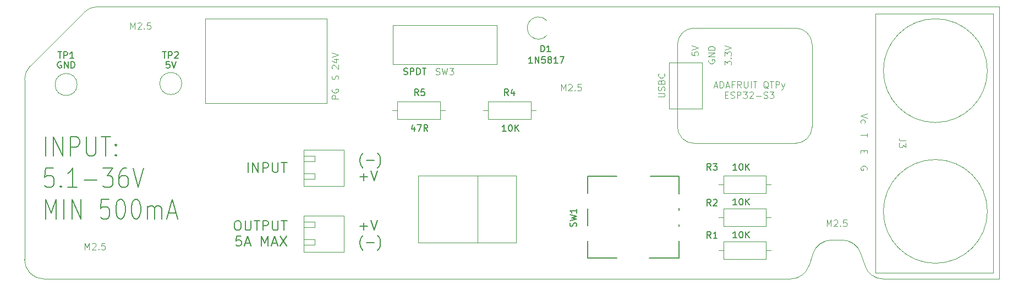
<source format=gbr>
%TF.GenerationSoftware,KiCad,Pcbnew,8.0.4*%
%TF.CreationDate,2024-09-21T18:09:02-04:00*%
%TF.ProjectId,cablight,6361626c-6967-4687-942e-6b696361645f,rev?*%
%TF.SameCoordinates,Original*%
%TF.FileFunction,Profile,NP*%
%FSLAX46Y46*%
G04 Gerber Fmt 4.6, Leading zero omitted, Abs format (unit mm)*
G04 Created by KiCad (PCBNEW 8.0.4) date 2024-09-21 18:09:02*
%MOMM*%
%LPD*%
G01*
G04 APERTURE LIST*
%TA.AperFunction,Profile*%
%ADD10C,0.050000*%
%TD*%
%ADD11C,0.200000*%
%ADD12C,0.100000*%
%ADD13C,0.150000*%
%ADD14C,0.120000*%
%ADD15C,0.050000*%
G04 APERTURE END LIST*
D10*
X235837722Y-116000000D02*
G75*
G02*
X238683752Y-118051324I-22J-3000000D01*
G01*
X234162278Y-116000000D02*
X235837722Y-116000000D01*
X238683772Y-118051317D02*
X239316228Y-119948683D01*
X242162277Y-122000000D02*
X260000000Y-122000000D01*
X113000000Y-122000000D02*
G75*
G02*
X110000000Y-119000000I0J3000000D01*
G01*
X231316228Y-118051317D02*
G75*
G02*
X234162278Y-115999979I2846072J-948683D01*
G01*
X227837723Y-122000000D02*
X113000000Y-122000000D01*
X260000000Y-80000000D02*
X260000000Y-122000000D01*
X121242641Y-80000000D02*
X260000000Y-80000000D01*
X242162277Y-122000000D02*
G75*
G02*
X239316183Y-119948698I23J3000100D01*
G01*
X110000000Y-91242641D02*
G75*
G02*
X110878701Y-89121341I2999800J41D01*
G01*
X230683772Y-119948683D02*
X231316228Y-118051317D01*
X119121321Y-80878679D02*
G75*
G02*
X121242641Y-80000017I2121379J-2121521D01*
G01*
X110878680Y-89121320D02*
X119121321Y-80878679D01*
X230683772Y-119948683D02*
G75*
G02*
X227837723Y-122000021I-2846072J948683D01*
G01*
X110000000Y-119000000D02*
X110000000Y-91242641D01*
D11*
X113226816Y-103047625D02*
X113226816Y-100047625D01*
X114417292Y-103047625D02*
X114417292Y-100047625D01*
X114417292Y-100047625D02*
X115845863Y-103047625D01*
X115845863Y-103047625D02*
X115845863Y-100047625D01*
X117036340Y-103047625D02*
X117036340Y-100047625D01*
X117036340Y-100047625D02*
X117988721Y-100047625D01*
X117988721Y-100047625D02*
X118226816Y-100190482D01*
X118226816Y-100190482D02*
X118345863Y-100333339D01*
X118345863Y-100333339D02*
X118464911Y-100619053D01*
X118464911Y-100619053D02*
X118464911Y-101047625D01*
X118464911Y-101047625D02*
X118345863Y-101333339D01*
X118345863Y-101333339D02*
X118226816Y-101476196D01*
X118226816Y-101476196D02*
X117988721Y-101619053D01*
X117988721Y-101619053D02*
X117036340Y-101619053D01*
X119536340Y-100047625D02*
X119536340Y-102476196D01*
X119536340Y-102476196D02*
X119655387Y-102761910D01*
X119655387Y-102761910D02*
X119774435Y-102904768D01*
X119774435Y-102904768D02*
X120012530Y-103047625D01*
X120012530Y-103047625D02*
X120488721Y-103047625D01*
X120488721Y-103047625D02*
X120726816Y-102904768D01*
X120726816Y-102904768D02*
X120845863Y-102761910D01*
X120845863Y-102761910D02*
X120964911Y-102476196D01*
X120964911Y-102476196D02*
X120964911Y-100047625D01*
X121798245Y-100047625D02*
X123226816Y-100047625D01*
X122512530Y-103047625D02*
X122512530Y-100047625D01*
X124060150Y-102761910D02*
X124179197Y-102904768D01*
X124179197Y-102904768D02*
X124060150Y-103047625D01*
X124060150Y-103047625D02*
X123941102Y-102904768D01*
X123941102Y-102904768D02*
X124060150Y-102761910D01*
X124060150Y-102761910D02*
X124060150Y-103047625D01*
X124060150Y-101190482D02*
X124179197Y-101333339D01*
X124179197Y-101333339D02*
X124060150Y-101476196D01*
X124060150Y-101476196D02*
X123941102Y-101333339D01*
X123941102Y-101333339D02*
X124060150Y-101190482D01*
X124060150Y-101190482D02*
X124060150Y-101476196D01*
X114417292Y-104877457D02*
X113226816Y-104877457D01*
X113226816Y-104877457D02*
X113107768Y-106306028D01*
X113107768Y-106306028D02*
X113226816Y-106163171D01*
X113226816Y-106163171D02*
X113464911Y-106020314D01*
X113464911Y-106020314D02*
X114060149Y-106020314D01*
X114060149Y-106020314D02*
X114298244Y-106163171D01*
X114298244Y-106163171D02*
X114417292Y-106306028D01*
X114417292Y-106306028D02*
X114536339Y-106591742D01*
X114536339Y-106591742D02*
X114536339Y-107306028D01*
X114536339Y-107306028D02*
X114417292Y-107591742D01*
X114417292Y-107591742D02*
X114298244Y-107734600D01*
X114298244Y-107734600D02*
X114060149Y-107877457D01*
X114060149Y-107877457D02*
X113464911Y-107877457D01*
X113464911Y-107877457D02*
X113226816Y-107734600D01*
X113226816Y-107734600D02*
X113107768Y-107591742D01*
X115607768Y-107591742D02*
X115726815Y-107734600D01*
X115726815Y-107734600D02*
X115607768Y-107877457D01*
X115607768Y-107877457D02*
X115488720Y-107734600D01*
X115488720Y-107734600D02*
X115607768Y-107591742D01*
X115607768Y-107591742D02*
X115607768Y-107877457D01*
X118107767Y-107877457D02*
X116679196Y-107877457D01*
X117393482Y-107877457D02*
X117393482Y-104877457D01*
X117393482Y-104877457D02*
X117155386Y-105306028D01*
X117155386Y-105306028D02*
X116917291Y-105591742D01*
X116917291Y-105591742D02*
X116679196Y-105734600D01*
X119179196Y-106734600D02*
X121083958Y-106734600D01*
X122036338Y-104877457D02*
X123583957Y-104877457D01*
X123583957Y-104877457D02*
X122750624Y-106020314D01*
X122750624Y-106020314D02*
X123107767Y-106020314D01*
X123107767Y-106020314D02*
X123345862Y-106163171D01*
X123345862Y-106163171D02*
X123464910Y-106306028D01*
X123464910Y-106306028D02*
X123583957Y-106591742D01*
X123583957Y-106591742D02*
X123583957Y-107306028D01*
X123583957Y-107306028D02*
X123464910Y-107591742D01*
X123464910Y-107591742D02*
X123345862Y-107734600D01*
X123345862Y-107734600D02*
X123107767Y-107877457D01*
X123107767Y-107877457D02*
X122393481Y-107877457D01*
X122393481Y-107877457D02*
X122155386Y-107734600D01*
X122155386Y-107734600D02*
X122036338Y-107591742D01*
X125726814Y-104877457D02*
X125250624Y-104877457D01*
X125250624Y-104877457D02*
X125012528Y-105020314D01*
X125012528Y-105020314D02*
X124893481Y-105163171D01*
X124893481Y-105163171D02*
X124655386Y-105591742D01*
X124655386Y-105591742D02*
X124536338Y-106163171D01*
X124536338Y-106163171D02*
X124536338Y-107306028D01*
X124536338Y-107306028D02*
X124655386Y-107591742D01*
X124655386Y-107591742D02*
X124774433Y-107734600D01*
X124774433Y-107734600D02*
X125012528Y-107877457D01*
X125012528Y-107877457D02*
X125488719Y-107877457D01*
X125488719Y-107877457D02*
X125726814Y-107734600D01*
X125726814Y-107734600D02*
X125845862Y-107591742D01*
X125845862Y-107591742D02*
X125964909Y-107306028D01*
X125964909Y-107306028D02*
X125964909Y-106591742D01*
X125964909Y-106591742D02*
X125845862Y-106306028D01*
X125845862Y-106306028D02*
X125726814Y-106163171D01*
X125726814Y-106163171D02*
X125488719Y-106020314D01*
X125488719Y-106020314D02*
X125012528Y-106020314D01*
X125012528Y-106020314D02*
X124774433Y-106163171D01*
X124774433Y-106163171D02*
X124655386Y-106306028D01*
X124655386Y-106306028D02*
X124536338Y-106591742D01*
X126679195Y-104877457D02*
X127512528Y-107877457D01*
X127512528Y-107877457D02*
X128345861Y-104877457D01*
X113226816Y-112707289D02*
X113226816Y-109707289D01*
X113226816Y-109707289D02*
X114060149Y-111850146D01*
X114060149Y-111850146D02*
X114893482Y-109707289D01*
X114893482Y-109707289D02*
X114893482Y-112707289D01*
X116083959Y-112707289D02*
X116083959Y-109707289D01*
X117274435Y-112707289D02*
X117274435Y-109707289D01*
X117274435Y-109707289D02*
X118703006Y-112707289D01*
X118703006Y-112707289D02*
X118703006Y-109707289D01*
X122988721Y-109707289D02*
X121798245Y-109707289D01*
X121798245Y-109707289D02*
X121679197Y-111135860D01*
X121679197Y-111135860D02*
X121798245Y-110993003D01*
X121798245Y-110993003D02*
X122036340Y-110850146D01*
X122036340Y-110850146D02*
X122631578Y-110850146D01*
X122631578Y-110850146D02*
X122869673Y-110993003D01*
X122869673Y-110993003D02*
X122988721Y-111135860D01*
X122988721Y-111135860D02*
X123107768Y-111421574D01*
X123107768Y-111421574D02*
X123107768Y-112135860D01*
X123107768Y-112135860D02*
X122988721Y-112421574D01*
X122988721Y-112421574D02*
X122869673Y-112564432D01*
X122869673Y-112564432D02*
X122631578Y-112707289D01*
X122631578Y-112707289D02*
X122036340Y-112707289D01*
X122036340Y-112707289D02*
X121798245Y-112564432D01*
X121798245Y-112564432D02*
X121679197Y-112421574D01*
X124655387Y-109707289D02*
X124893482Y-109707289D01*
X124893482Y-109707289D02*
X125131578Y-109850146D01*
X125131578Y-109850146D02*
X125250625Y-109993003D01*
X125250625Y-109993003D02*
X125369673Y-110278717D01*
X125369673Y-110278717D02*
X125488720Y-110850146D01*
X125488720Y-110850146D02*
X125488720Y-111564432D01*
X125488720Y-111564432D02*
X125369673Y-112135860D01*
X125369673Y-112135860D02*
X125250625Y-112421574D01*
X125250625Y-112421574D02*
X125131578Y-112564432D01*
X125131578Y-112564432D02*
X124893482Y-112707289D01*
X124893482Y-112707289D02*
X124655387Y-112707289D01*
X124655387Y-112707289D02*
X124417292Y-112564432D01*
X124417292Y-112564432D02*
X124298244Y-112421574D01*
X124298244Y-112421574D02*
X124179197Y-112135860D01*
X124179197Y-112135860D02*
X124060149Y-111564432D01*
X124060149Y-111564432D02*
X124060149Y-110850146D01*
X124060149Y-110850146D02*
X124179197Y-110278717D01*
X124179197Y-110278717D02*
X124298244Y-109993003D01*
X124298244Y-109993003D02*
X124417292Y-109850146D01*
X124417292Y-109850146D02*
X124655387Y-109707289D01*
X127036339Y-109707289D02*
X127274434Y-109707289D01*
X127274434Y-109707289D02*
X127512530Y-109850146D01*
X127512530Y-109850146D02*
X127631577Y-109993003D01*
X127631577Y-109993003D02*
X127750625Y-110278717D01*
X127750625Y-110278717D02*
X127869672Y-110850146D01*
X127869672Y-110850146D02*
X127869672Y-111564432D01*
X127869672Y-111564432D02*
X127750625Y-112135860D01*
X127750625Y-112135860D02*
X127631577Y-112421574D01*
X127631577Y-112421574D02*
X127512530Y-112564432D01*
X127512530Y-112564432D02*
X127274434Y-112707289D01*
X127274434Y-112707289D02*
X127036339Y-112707289D01*
X127036339Y-112707289D02*
X126798244Y-112564432D01*
X126798244Y-112564432D02*
X126679196Y-112421574D01*
X126679196Y-112421574D02*
X126560149Y-112135860D01*
X126560149Y-112135860D02*
X126441101Y-111564432D01*
X126441101Y-111564432D02*
X126441101Y-110850146D01*
X126441101Y-110850146D02*
X126560149Y-110278717D01*
X126560149Y-110278717D02*
X126679196Y-109993003D01*
X126679196Y-109993003D02*
X126798244Y-109850146D01*
X126798244Y-109850146D02*
X127036339Y-109707289D01*
X128941101Y-112707289D02*
X128941101Y-110707289D01*
X128941101Y-110993003D02*
X129060148Y-110850146D01*
X129060148Y-110850146D02*
X129298243Y-110707289D01*
X129298243Y-110707289D02*
X129655386Y-110707289D01*
X129655386Y-110707289D02*
X129893482Y-110850146D01*
X129893482Y-110850146D02*
X130012529Y-111135860D01*
X130012529Y-111135860D02*
X130012529Y-112707289D01*
X130012529Y-111135860D02*
X130131577Y-110850146D01*
X130131577Y-110850146D02*
X130369672Y-110707289D01*
X130369672Y-110707289D02*
X130726815Y-110707289D01*
X130726815Y-110707289D02*
X130964910Y-110850146D01*
X130964910Y-110850146D02*
X131083958Y-111135860D01*
X131083958Y-111135860D02*
X131083958Y-112707289D01*
X132155386Y-111850146D02*
X133345862Y-111850146D01*
X131917291Y-112707289D02*
X132750624Y-109707289D01*
X132750624Y-109707289D02*
X133583957Y-112707289D01*
X144377563Y-105563528D02*
X144377563Y-104063528D01*
X145091849Y-105563528D02*
X145091849Y-104063528D01*
X145091849Y-104063528D02*
X145948992Y-105563528D01*
X145948992Y-105563528D02*
X145948992Y-104063528D01*
X146663278Y-105563528D02*
X146663278Y-104063528D01*
X146663278Y-104063528D02*
X147234707Y-104063528D01*
X147234707Y-104063528D02*
X147377564Y-104134957D01*
X147377564Y-104134957D02*
X147448993Y-104206385D01*
X147448993Y-104206385D02*
X147520421Y-104349242D01*
X147520421Y-104349242D02*
X147520421Y-104563528D01*
X147520421Y-104563528D02*
X147448993Y-104706385D01*
X147448993Y-104706385D02*
X147377564Y-104777814D01*
X147377564Y-104777814D02*
X147234707Y-104849242D01*
X147234707Y-104849242D02*
X146663278Y-104849242D01*
X148163278Y-104063528D02*
X148163278Y-105277814D01*
X148163278Y-105277814D02*
X148234707Y-105420671D01*
X148234707Y-105420671D02*
X148306136Y-105492100D01*
X148306136Y-105492100D02*
X148448993Y-105563528D01*
X148448993Y-105563528D02*
X148734707Y-105563528D01*
X148734707Y-105563528D02*
X148877564Y-105492100D01*
X148877564Y-105492100D02*
X148948993Y-105420671D01*
X148948993Y-105420671D02*
X149020421Y-105277814D01*
X149020421Y-105277814D02*
X149020421Y-104063528D01*
X149520422Y-104063528D02*
X150377565Y-104063528D01*
X149948993Y-105563528D02*
X149948993Y-104063528D01*
D12*
X216095238Y-92226760D02*
X216571428Y-92226760D01*
X216000000Y-92512475D02*
X216333333Y-91512475D01*
X216333333Y-91512475D02*
X216666666Y-92512475D01*
X217000000Y-92512475D02*
X217000000Y-91512475D01*
X217000000Y-91512475D02*
X217238095Y-91512475D01*
X217238095Y-91512475D02*
X217380952Y-91560094D01*
X217380952Y-91560094D02*
X217476190Y-91655332D01*
X217476190Y-91655332D02*
X217523809Y-91750570D01*
X217523809Y-91750570D02*
X217571428Y-91941046D01*
X217571428Y-91941046D02*
X217571428Y-92083903D01*
X217571428Y-92083903D02*
X217523809Y-92274379D01*
X217523809Y-92274379D02*
X217476190Y-92369617D01*
X217476190Y-92369617D02*
X217380952Y-92464856D01*
X217380952Y-92464856D02*
X217238095Y-92512475D01*
X217238095Y-92512475D02*
X217000000Y-92512475D01*
X217952381Y-92226760D02*
X218428571Y-92226760D01*
X217857143Y-92512475D02*
X218190476Y-91512475D01*
X218190476Y-91512475D02*
X218523809Y-92512475D01*
X219190476Y-91988665D02*
X218857143Y-91988665D01*
X218857143Y-92512475D02*
X218857143Y-91512475D01*
X218857143Y-91512475D02*
X219333333Y-91512475D01*
X220285714Y-92512475D02*
X219952381Y-92036284D01*
X219714286Y-92512475D02*
X219714286Y-91512475D01*
X219714286Y-91512475D02*
X220095238Y-91512475D01*
X220095238Y-91512475D02*
X220190476Y-91560094D01*
X220190476Y-91560094D02*
X220238095Y-91607713D01*
X220238095Y-91607713D02*
X220285714Y-91702951D01*
X220285714Y-91702951D02*
X220285714Y-91845808D01*
X220285714Y-91845808D02*
X220238095Y-91941046D01*
X220238095Y-91941046D02*
X220190476Y-91988665D01*
X220190476Y-91988665D02*
X220095238Y-92036284D01*
X220095238Y-92036284D02*
X219714286Y-92036284D01*
X220714286Y-91512475D02*
X220714286Y-92321998D01*
X220714286Y-92321998D02*
X220761905Y-92417236D01*
X220761905Y-92417236D02*
X220809524Y-92464856D01*
X220809524Y-92464856D02*
X220904762Y-92512475D01*
X220904762Y-92512475D02*
X221095238Y-92512475D01*
X221095238Y-92512475D02*
X221190476Y-92464856D01*
X221190476Y-92464856D02*
X221238095Y-92417236D01*
X221238095Y-92417236D02*
X221285714Y-92321998D01*
X221285714Y-92321998D02*
X221285714Y-91512475D01*
X221761905Y-92512475D02*
X221761905Y-91512475D01*
X222095238Y-91512475D02*
X222666666Y-91512475D01*
X222380952Y-92512475D02*
X222380952Y-91512475D01*
X224428571Y-92607713D02*
X224333333Y-92560094D01*
X224333333Y-92560094D02*
X224238095Y-92464856D01*
X224238095Y-92464856D02*
X224095238Y-92321998D01*
X224095238Y-92321998D02*
X224000000Y-92274379D01*
X224000000Y-92274379D02*
X223904762Y-92274379D01*
X223952381Y-92512475D02*
X223857143Y-92464856D01*
X223857143Y-92464856D02*
X223761905Y-92369617D01*
X223761905Y-92369617D02*
X223714286Y-92179141D01*
X223714286Y-92179141D02*
X223714286Y-91845808D01*
X223714286Y-91845808D02*
X223761905Y-91655332D01*
X223761905Y-91655332D02*
X223857143Y-91560094D01*
X223857143Y-91560094D02*
X223952381Y-91512475D01*
X223952381Y-91512475D02*
X224142857Y-91512475D01*
X224142857Y-91512475D02*
X224238095Y-91560094D01*
X224238095Y-91560094D02*
X224333333Y-91655332D01*
X224333333Y-91655332D02*
X224380952Y-91845808D01*
X224380952Y-91845808D02*
X224380952Y-92179141D01*
X224380952Y-92179141D02*
X224333333Y-92369617D01*
X224333333Y-92369617D02*
X224238095Y-92464856D01*
X224238095Y-92464856D02*
X224142857Y-92512475D01*
X224142857Y-92512475D02*
X223952381Y-92512475D01*
X224666667Y-91512475D02*
X225238095Y-91512475D01*
X224952381Y-92512475D02*
X224952381Y-91512475D01*
X225571429Y-92512475D02*
X225571429Y-91512475D01*
X225571429Y-91512475D02*
X225952381Y-91512475D01*
X225952381Y-91512475D02*
X226047619Y-91560094D01*
X226047619Y-91560094D02*
X226095238Y-91607713D01*
X226095238Y-91607713D02*
X226142857Y-91702951D01*
X226142857Y-91702951D02*
X226142857Y-91845808D01*
X226142857Y-91845808D02*
X226095238Y-91941046D01*
X226095238Y-91941046D02*
X226047619Y-91988665D01*
X226047619Y-91988665D02*
X225952381Y-92036284D01*
X225952381Y-92036284D02*
X225571429Y-92036284D01*
X226476191Y-91845808D02*
X226714286Y-92512475D01*
X226952381Y-91845808D02*
X226714286Y-92512475D01*
X226714286Y-92512475D02*
X226619048Y-92750570D01*
X226619048Y-92750570D02*
X226571429Y-92798189D01*
X226571429Y-92798189D02*
X226476191Y-92845808D01*
X217785714Y-93598609D02*
X218119047Y-93598609D01*
X218261904Y-94122419D02*
X217785714Y-94122419D01*
X217785714Y-94122419D02*
X217785714Y-93122419D01*
X217785714Y-93122419D02*
X218261904Y-93122419D01*
X218642857Y-94074800D02*
X218785714Y-94122419D01*
X218785714Y-94122419D02*
X219023809Y-94122419D01*
X219023809Y-94122419D02*
X219119047Y-94074800D01*
X219119047Y-94074800D02*
X219166666Y-94027180D01*
X219166666Y-94027180D02*
X219214285Y-93931942D01*
X219214285Y-93931942D02*
X219214285Y-93836704D01*
X219214285Y-93836704D02*
X219166666Y-93741466D01*
X219166666Y-93741466D02*
X219119047Y-93693847D01*
X219119047Y-93693847D02*
X219023809Y-93646228D01*
X219023809Y-93646228D02*
X218833333Y-93598609D01*
X218833333Y-93598609D02*
X218738095Y-93550990D01*
X218738095Y-93550990D02*
X218690476Y-93503371D01*
X218690476Y-93503371D02*
X218642857Y-93408133D01*
X218642857Y-93408133D02*
X218642857Y-93312895D01*
X218642857Y-93312895D02*
X218690476Y-93217657D01*
X218690476Y-93217657D02*
X218738095Y-93170038D01*
X218738095Y-93170038D02*
X218833333Y-93122419D01*
X218833333Y-93122419D02*
X219071428Y-93122419D01*
X219071428Y-93122419D02*
X219214285Y-93170038D01*
X219642857Y-94122419D02*
X219642857Y-93122419D01*
X219642857Y-93122419D02*
X220023809Y-93122419D01*
X220023809Y-93122419D02*
X220119047Y-93170038D01*
X220119047Y-93170038D02*
X220166666Y-93217657D01*
X220166666Y-93217657D02*
X220214285Y-93312895D01*
X220214285Y-93312895D02*
X220214285Y-93455752D01*
X220214285Y-93455752D02*
X220166666Y-93550990D01*
X220166666Y-93550990D02*
X220119047Y-93598609D01*
X220119047Y-93598609D02*
X220023809Y-93646228D01*
X220023809Y-93646228D02*
X219642857Y-93646228D01*
X220547619Y-93122419D02*
X221166666Y-93122419D01*
X221166666Y-93122419D02*
X220833333Y-93503371D01*
X220833333Y-93503371D02*
X220976190Y-93503371D01*
X220976190Y-93503371D02*
X221071428Y-93550990D01*
X221071428Y-93550990D02*
X221119047Y-93598609D01*
X221119047Y-93598609D02*
X221166666Y-93693847D01*
X221166666Y-93693847D02*
X221166666Y-93931942D01*
X221166666Y-93931942D02*
X221119047Y-94027180D01*
X221119047Y-94027180D02*
X221071428Y-94074800D01*
X221071428Y-94074800D02*
X220976190Y-94122419D01*
X220976190Y-94122419D02*
X220690476Y-94122419D01*
X220690476Y-94122419D02*
X220595238Y-94074800D01*
X220595238Y-94074800D02*
X220547619Y-94027180D01*
X221547619Y-93217657D02*
X221595238Y-93170038D01*
X221595238Y-93170038D02*
X221690476Y-93122419D01*
X221690476Y-93122419D02*
X221928571Y-93122419D01*
X221928571Y-93122419D02*
X222023809Y-93170038D01*
X222023809Y-93170038D02*
X222071428Y-93217657D01*
X222071428Y-93217657D02*
X222119047Y-93312895D01*
X222119047Y-93312895D02*
X222119047Y-93408133D01*
X222119047Y-93408133D02*
X222071428Y-93550990D01*
X222071428Y-93550990D02*
X221500000Y-94122419D01*
X221500000Y-94122419D02*
X222119047Y-94122419D01*
X222547619Y-93741466D02*
X223309524Y-93741466D01*
X223738095Y-94074800D02*
X223880952Y-94122419D01*
X223880952Y-94122419D02*
X224119047Y-94122419D01*
X224119047Y-94122419D02*
X224214285Y-94074800D01*
X224214285Y-94074800D02*
X224261904Y-94027180D01*
X224261904Y-94027180D02*
X224309523Y-93931942D01*
X224309523Y-93931942D02*
X224309523Y-93836704D01*
X224309523Y-93836704D02*
X224261904Y-93741466D01*
X224261904Y-93741466D02*
X224214285Y-93693847D01*
X224214285Y-93693847D02*
X224119047Y-93646228D01*
X224119047Y-93646228D02*
X223928571Y-93598609D01*
X223928571Y-93598609D02*
X223833333Y-93550990D01*
X223833333Y-93550990D02*
X223785714Y-93503371D01*
X223785714Y-93503371D02*
X223738095Y-93408133D01*
X223738095Y-93408133D02*
X223738095Y-93312895D01*
X223738095Y-93312895D02*
X223785714Y-93217657D01*
X223785714Y-93217657D02*
X223833333Y-93170038D01*
X223833333Y-93170038D02*
X223928571Y-93122419D01*
X223928571Y-93122419D02*
X224166666Y-93122419D01*
X224166666Y-93122419D02*
X224309523Y-93170038D01*
X224642857Y-93122419D02*
X225261904Y-93122419D01*
X225261904Y-93122419D02*
X224928571Y-93503371D01*
X224928571Y-93503371D02*
X225071428Y-93503371D01*
X225071428Y-93503371D02*
X225166666Y-93550990D01*
X225166666Y-93550990D02*
X225214285Y-93598609D01*
X225214285Y-93598609D02*
X225261904Y-93693847D01*
X225261904Y-93693847D02*
X225261904Y-93931942D01*
X225261904Y-93931942D02*
X225214285Y-94027180D01*
X225214285Y-94027180D02*
X225166666Y-94074800D01*
X225166666Y-94074800D02*
X225071428Y-94122419D01*
X225071428Y-94122419D02*
X224785714Y-94122419D01*
X224785714Y-94122419D02*
X224690476Y-94074800D01*
X224690476Y-94074800D02*
X224642857Y-94027180D01*
D11*
X142663278Y-112976070D02*
X142948992Y-112976070D01*
X142948992Y-112976070D02*
X143091849Y-113047499D01*
X143091849Y-113047499D02*
X143234706Y-113190356D01*
X143234706Y-113190356D02*
X143306135Y-113476070D01*
X143306135Y-113476070D02*
X143306135Y-113976070D01*
X143306135Y-113976070D02*
X143234706Y-114261784D01*
X143234706Y-114261784D02*
X143091849Y-114404642D01*
X143091849Y-114404642D02*
X142948992Y-114476070D01*
X142948992Y-114476070D02*
X142663278Y-114476070D01*
X142663278Y-114476070D02*
X142520421Y-114404642D01*
X142520421Y-114404642D02*
X142377563Y-114261784D01*
X142377563Y-114261784D02*
X142306135Y-113976070D01*
X142306135Y-113976070D02*
X142306135Y-113476070D01*
X142306135Y-113476070D02*
X142377563Y-113190356D01*
X142377563Y-113190356D02*
X142520421Y-113047499D01*
X142520421Y-113047499D02*
X142663278Y-112976070D01*
X143948992Y-112976070D02*
X143948992Y-114190356D01*
X143948992Y-114190356D02*
X144020421Y-114333213D01*
X144020421Y-114333213D02*
X144091850Y-114404642D01*
X144091850Y-114404642D02*
X144234707Y-114476070D01*
X144234707Y-114476070D02*
X144520421Y-114476070D01*
X144520421Y-114476070D02*
X144663278Y-114404642D01*
X144663278Y-114404642D02*
X144734707Y-114333213D01*
X144734707Y-114333213D02*
X144806135Y-114190356D01*
X144806135Y-114190356D02*
X144806135Y-112976070D01*
X145306136Y-112976070D02*
X146163279Y-112976070D01*
X145734707Y-114476070D02*
X145734707Y-112976070D01*
X146663278Y-114476070D02*
X146663278Y-112976070D01*
X146663278Y-112976070D02*
X147234707Y-112976070D01*
X147234707Y-112976070D02*
X147377564Y-113047499D01*
X147377564Y-113047499D02*
X147448993Y-113118927D01*
X147448993Y-113118927D02*
X147520421Y-113261784D01*
X147520421Y-113261784D02*
X147520421Y-113476070D01*
X147520421Y-113476070D02*
X147448993Y-113618927D01*
X147448993Y-113618927D02*
X147377564Y-113690356D01*
X147377564Y-113690356D02*
X147234707Y-113761784D01*
X147234707Y-113761784D02*
X146663278Y-113761784D01*
X148163278Y-112976070D02*
X148163278Y-114190356D01*
X148163278Y-114190356D02*
X148234707Y-114333213D01*
X148234707Y-114333213D02*
X148306136Y-114404642D01*
X148306136Y-114404642D02*
X148448993Y-114476070D01*
X148448993Y-114476070D02*
X148734707Y-114476070D01*
X148734707Y-114476070D02*
X148877564Y-114404642D01*
X148877564Y-114404642D02*
X148948993Y-114333213D01*
X148948993Y-114333213D02*
X149020421Y-114190356D01*
X149020421Y-114190356D02*
X149020421Y-112976070D01*
X149520422Y-112976070D02*
X150377565Y-112976070D01*
X149948993Y-114476070D02*
X149948993Y-112976070D01*
X143306137Y-115390986D02*
X142591851Y-115390986D01*
X142591851Y-115390986D02*
X142520423Y-116105272D01*
X142520423Y-116105272D02*
X142591851Y-116033843D01*
X142591851Y-116033843D02*
X142734709Y-115962415D01*
X142734709Y-115962415D02*
X143091851Y-115962415D01*
X143091851Y-115962415D02*
X143234709Y-116033843D01*
X143234709Y-116033843D02*
X143306137Y-116105272D01*
X143306137Y-116105272D02*
X143377566Y-116248129D01*
X143377566Y-116248129D02*
X143377566Y-116605272D01*
X143377566Y-116605272D02*
X143306137Y-116748129D01*
X143306137Y-116748129D02*
X143234709Y-116819558D01*
X143234709Y-116819558D02*
X143091851Y-116890986D01*
X143091851Y-116890986D02*
X142734709Y-116890986D01*
X142734709Y-116890986D02*
X142591851Y-116819558D01*
X142591851Y-116819558D02*
X142520423Y-116748129D01*
X143948994Y-116462415D02*
X144663280Y-116462415D01*
X143806137Y-116890986D02*
X144306137Y-115390986D01*
X144306137Y-115390986D02*
X144806137Y-116890986D01*
X146448993Y-116890986D02*
X146448993Y-115390986D01*
X146448993Y-115390986D02*
X146948993Y-116462415D01*
X146948993Y-116462415D02*
X147448993Y-115390986D01*
X147448993Y-115390986D02*
X147448993Y-116890986D01*
X148091851Y-116462415D02*
X148806137Y-116462415D01*
X147948994Y-116890986D02*
X148448994Y-115390986D01*
X148448994Y-115390986D02*
X148948994Y-116890986D01*
X149306136Y-115390986D02*
X150306136Y-116890986D01*
X150306136Y-115390986D02*
X149306136Y-116890986D01*
X161620720Y-113882100D02*
X162763578Y-113882100D01*
X162192149Y-114453528D02*
X162192149Y-113310671D01*
X163263578Y-112953528D02*
X163763578Y-114453528D01*
X163763578Y-114453528D02*
X164263578Y-112953528D01*
X162049292Y-104864957D02*
X161977863Y-104793528D01*
X161977863Y-104793528D02*
X161835006Y-104579242D01*
X161835006Y-104579242D02*
X161763578Y-104436385D01*
X161763578Y-104436385D02*
X161692149Y-104222100D01*
X161692149Y-104222100D02*
X161620720Y-103864957D01*
X161620720Y-103864957D02*
X161620720Y-103579242D01*
X161620720Y-103579242D02*
X161692149Y-103222100D01*
X161692149Y-103222100D02*
X161763578Y-103007814D01*
X161763578Y-103007814D02*
X161835006Y-102864957D01*
X161835006Y-102864957D02*
X161977863Y-102650671D01*
X161977863Y-102650671D02*
X162049292Y-102579242D01*
X162620720Y-103722100D02*
X163763578Y-103722100D01*
X164335006Y-104864957D02*
X164406435Y-104793528D01*
X164406435Y-104793528D02*
X164549292Y-104579242D01*
X164549292Y-104579242D02*
X164620721Y-104436385D01*
X164620721Y-104436385D02*
X164692149Y-104222100D01*
X164692149Y-104222100D02*
X164763578Y-103864957D01*
X164763578Y-103864957D02*
X164763578Y-103579242D01*
X164763578Y-103579242D02*
X164692149Y-103222100D01*
X164692149Y-103222100D02*
X164620721Y-103007814D01*
X164620721Y-103007814D02*
X164549292Y-102864957D01*
X164549292Y-102864957D02*
X164406435Y-102650671D01*
X164406435Y-102650671D02*
X164335006Y-102579242D01*
X161620720Y-106262100D02*
X162763578Y-106262100D01*
X162192149Y-106833528D02*
X162192149Y-105690671D01*
X163263578Y-105333528D02*
X163763578Y-106833528D01*
X163763578Y-106833528D02*
X164263578Y-105333528D01*
X162049292Y-117564957D02*
X161977863Y-117493528D01*
X161977863Y-117493528D02*
X161835006Y-117279242D01*
X161835006Y-117279242D02*
X161763578Y-117136385D01*
X161763578Y-117136385D02*
X161692149Y-116922100D01*
X161692149Y-116922100D02*
X161620720Y-116564957D01*
X161620720Y-116564957D02*
X161620720Y-116279242D01*
X161620720Y-116279242D02*
X161692149Y-115922100D01*
X161692149Y-115922100D02*
X161763578Y-115707814D01*
X161763578Y-115707814D02*
X161835006Y-115564957D01*
X161835006Y-115564957D02*
X161977863Y-115350671D01*
X161977863Y-115350671D02*
X162049292Y-115279242D01*
X162620720Y-116422100D02*
X163763578Y-116422100D01*
X164335006Y-117564957D02*
X164406435Y-117493528D01*
X164406435Y-117493528D02*
X164549292Y-117279242D01*
X164549292Y-117279242D02*
X164620721Y-117136385D01*
X164620721Y-117136385D02*
X164692149Y-116922100D01*
X164692149Y-116922100D02*
X164763578Y-116564957D01*
X164763578Y-116564957D02*
X164763578Y-116279242D01*
X164763578Y-116279242D02*
X164692149Y-115922100D01*
X164692149Y-115922100D02*
X164620721Y-115707814D01*
X164620721Y-115707814D02*
X164549292Y-115564957D01*
X164549292Y-115564957D02*
X164406435Y-115350671D01*
X164406435Y-115350671D02*
X164335006Y-115279242D01*
D13*
X215615333Y-115704819D02*
X215282000Y-115228628D01*
X215043905Y-115704819D02*
X215043905Y-114704819D01*
X215043905Y-114704819D02*
X215424857Y-114704819D01*
X215424857Y-114704819D02*
X215520095Y-114752438D01*
X215520095Y-114752438D02*
X215567714Y-114800057D01*
X215567714Y-114800057D02*
X215615333Y-114895295D01*
X215615333Y-114895295D02*
X215615333Y-115038152D01*
X215615333Y-115038152D02*
X215567714Y-115133390D01*
X215567714Y-115133390D02*
X215520095Y-115181009D01*
X215520095Y-115181009D02*
X215424857Y-115228628D01*
X215424857Y-115228628D02*
X215043905Y-115228628D01*
X216567714Y-115704819D02*
X215996286Y-115704819D01*
X216282000Y-115704819D02*
X216282000Y-114704819D01*
X216282000Y-114704819D02*
X216186762Y-114847676D01*
X216186762Y-114847676D02*
X216091524Y-114942914D01*
X216091524Y-114942914D02*
X215996286Y-114990533D01*
X219591523Y-115664819D02*
X219020095Y-115664819D01*
X219305809Y-115664819D02*
X219305809Y-114664819D01*
X219305809Y-114664819D02*
X219210571Y-114807676D01*
X219210571Y-114807676D02*
X219115333Y-114902914D01*
X219115333Y-114902914D02*
X219020095Y-114950533D01*
X220210571Y-114664819D02*
X220305809Y-114664819D01*
X220305809Y-114664819D02*
X220401047Y-114712438D01*
X220401047Y-114712438D02*
X220448666Y-114760057D01*
X220448666Y-114760057D02*
X220496285Y-114855295D01*
X220496285Y-114855295D02*
X220543904Y-115045771D01*
X220543904Y-115045771D02*
X220543904Y-115283866D01*
X220543904Y-115283866D02*
X220496285Y-115474342D01*
X220496285Y-115474342D02*
X220448666Y-115569580D01*
X220448666Y-115569580D02*
X220401047Y-115617200D01*
X220401047Y-115617200D02*
X220305809Y-115664819D01*
X220305809Y-115664819D02*
X220210571Y-115664819D01*
X220210571Y-115664819D02*
X220115333Y-115617200D01*
X220115333Y-115617200D02*
X220067714Y-115569580D01*
X220067714Y-115569580D02*
X220020095Y-115474342D01*
X220020095Y-115474342D02*
X219972476Y-115283866D01*
X219972476Y-115283866D02*
X219972476Y-115045771D01*
X219972476Y-115045771D02*
X220020095Y-114855295D01*
X220020095Y-114855295D02*
X220067714Y-114760057D01*
X220067714Y-114760057D02*
X220115333Y-114712438D01*
X220115333Y-114712438D02*
X220210571Y-114664819D01*
X220972476Y-115664819D02*
X220972476Y-114664819D01*
X221543904Y-115664819D02*
X221115333Y-115093390D01*
X221543904Y-114664819D02*
X220972476Y-115236247D01*
X184460333Y-93704819D02*
X184127000Y-93228628D01*
X183888905Y-93704819D02*
X183888905Y-92704819D01*
X183888905Y-92704819D02*
X184269857Y-92704819D01*
X184269857Y-92704819D02*
X184365095Y-92752438D01*
X184365095Y-92752438D02*
X184412714Y-92800057D01*
X184412714Y-92800057D02*
X184460333Y-92895295D01*
X184460333Y-92895295D02*
X184460333Y-93038152D01*
X184460333Y-93038152D02*
X184412714Y-93133390D01*
X184412714Y-93133390D02*
X184365095Y-93181009D01*
X184365095Y-93181009D02*
X184269857Y-93228628D01*
X184269857Y-93228628D02*
X183888905Y-93228628D01*
X185317476Y-93038152D02*
X185317476Y-93704819D01*
X185079381Y-92657200D02*
X184841286Y-93371485D01*
X184841286Y-93371485D02*
X185460333Y-93371485D01*
X184091523Y-99204819D02*
X183520095Y-99204819D01*
X183805809Y-99204819D02*
X183805809Y-98204819D01*
X183805809Y-98204819D02*
X183710571Y-98347676D01*
X183710571Y-98347676D02*
X183615333Y-98442914D01*
X183615333Y-98442914D02*
X183520095Y-98490533D01*
X184710571Y-98204819D02*
X184805809Y-98204819D01*
X184805809Y-98204819D02*
X184901047Y-98252438D01*
X184901047Y-98252438D02*
X184948666Y-98300057D01*
X184948666Y-98300057D02*
X184996285Y-98395295D01*
X184996285Y-98395295D02*
X185043904Y-98585771D01*
X185043904Y-98585771D02*
X185043904Y-98823866D01*
X185043904Y-98823866D02*
X184996285Y-99014342D01*
X184996285Y-99014342D02*
X184948666Y-99109580D01*
X184948666Y-99109580D02*
X184901047Y-99157200D01*
X184901047Y-99157200D02*
X184805809Y-99204819D01*
X184805809Y-99204819D02*
X184710571Y-99204819D01*
X184710571Y-99204819D02*
X184615333Y-99157200D01*
X184615333Y-99157200D02*
X184567714Y-99109580D01*
X184567714Y-99109580D02*
X184520095Y-99014342D01*
X184520095Y-99014342D02*
X184472476Y-98823866D01*
X184472476Y-98823866D02*
X184472476Y-98585771D01*
X184472476Y-98585771D02*
X184520095Y-98395295D01*
X184520095Y-98395295D02*
X184567714Y-98300057D01*
X184567714Y-98300057D02*
X184615333Y-98252438D01*
X184615333Y-98252438D02*
X184710571Y-98204819D01*
X185472476Y-99204819D02*
X185472476Y-98204819D01*
X186043904Y-99204819D02*
X185615333Y-98633390D01*
X186043904Y-98204819D02*
X185472476Y-98776247D01*
D12*
X217739419Y-88991026D02*
X217739419Y-88371979D01*
X217739419Y-88371979D02*
X218120371Y-88705312D01*
X218120371Y-88705312D02*
X218120371Y-88562455D01*
X218120371Y-88562455D02*
X218167990Y-88467217D01*
X218167990Y-88467217D02*
X218215609Y-88419598D01*
X218215609Y-88419598D02*
X218310847Y-88371979D01*
X218310847Y-88371979D02*
X218548942Y-88371979D01*
X218548942Y-88371979D02*
X218644180Y-88419598D01*
X218644180Y-88419598D02*
X218691800Y-88467217D01*
X218691800Y-88467217D02*
X218739419Y-88562455D01*
X218739419Y-88562455D02*
X218739419Y-88848169D01*
X218739419Y-88848169D02*
X218691800Y-88943407D01*
X218691800Y-88943407D02*
X218644180Y-88991026D01*
X218644180Y-87943407D02*
X218691800Y-87895788D01*
X218691800Y-87895788D02*
X218739419Y-87943407D01*
X218739419Y-87943407D02*
X218691800Y-87991026D01*
X218691800Y-87991026D02*
X218644180Y-87943407D01*
X218644180Y-87943407D02*
X218739419Y-87943407D01*
X217739419Y-87562455D02*
X217739419Y-86943408D01*
X217739419Y-86943408D02*
X218120371Y-87276741D01*
X218120371Y-87276741D02*
X218120371Y-87133884D01*
X218120371Y-87133884D02*
X218167990Y-87038646D01*
X218167990Y-87038646D02*
X218215609Y-86991027D01*
X218215609Y-86991027D02*
X218310847Y-86943408D01*
X218310847Y-86943408D02*
X218548942Y-86943408D01*
X218548942Y-86943408D02*
X218644180Y-86991027D01*
X218644180Y-86991027D02*
X218691800Y-87038646D01*
X218691800Y-87038646D02*
X218739419Y-87133884D01*
X218739419Y-87133884D02*
X218739419Y-87419598D01*
X218739419Y-87419598D02*
X218691800Y-87514836D01*
X218691800Y-87514836D02*
X218644180Y-87562455D01*
X217739419Y-86657693D02*
X218739419Y-86324360D01*
X218739419Y-86324360D02*
X217739419Y-85991027D01*
X215247038Y-88181503D02*
X215199419Y-88276741D01*
X215199419Y-88276741D02*
X215199419Y-88419598D01*
X215199419Y-88419598D02*
X215247038Y-88562455D01*
X215247038Y-88562455D02*
X215342276Y-88657693D01*
X215342276Y-88657693D02*
X215437514Y-88705312D01*
X215437514Y-88705312D02*
X215627990Y-88752931D01*
X215627990Y-88752931D02*
X215770847Y-88752931D01*
X215770847Y-88752931D02*
X215961323Y-88705312D01*
X215961323Y-88705312D02*
X216056561Y-88657693D01*
X216056561Y-88657693D02*
X216151800Y-88562455D01*
X216151800Y-88562455D02*
X216199419Y-88419598D01*
X216199419Y-88419598D02*
X216199419Y-88324360D01*
X216199419Y-88324360D02*
X216151800Y-88181503D01*
X216151800Y-88181503D02*
X216104180Y-88133884D01*
X216104180Y-88133884D02*
X215770847Y-88133884D01*
X215770847Y-88133884D02*
X215770847Y-88324360D01*
X216199419Y-87705312D02*
X215199419Y-87705312D01*
X215199419Y-87705312D02*
X216199419Y-87133884D01*
X216199419Y-87133884D02*
X215199419Y-87133884D01*
X216199419Y-86657693D02*
X215199419Y-86657693D01*
X215199419Y-86657693D02*
X215199419Y-86419598D01*
X215199419Y-86419598D02*
X215247038Y-86276741D01*
X215247038Y-86276741D02*
X215342276Y-86181503D01*
X215342276Y-86181503D02*
X215437514Y-86133884D01*
X215437514Y-86133884D02*
X215627990Y-86086265D01*
X215627990Y-86086265D02*
X215770847Y-86086265D01*
X215770847Y-86086265D02*
X215961323Y-86133884D01*
X215961323Y-86133884D02*
X216056561Y-86181503D01*
X216056561Y-86181503D02*
X216151800Y-86276741D01*
X216151800Y-86276741D02*
X216199419Y-86419598D01*
X216199419Y-86419598D02*
X216199419Y-86657693D01*
X207502419Y-93908115D02*
X208311942Y-93908115D01*
X208311942Y-93908115D02*
X208407180Y-93860496D01*
X208407180Y-93860496D02*
X208454800Y-93812877D01*
X208454800Y-93812877D02*
X208502419Y-93717639D01*
X208502419Y-93717639D02*
X208502419Y-93527163D01*
X208502419Y-93527163D02*
X208454800Y-93431925D01*
X208454800Y-93431925D02*
X208407180Y-93384306D01*
X208407180Y-93384306D02*
X208311942Y-93336687D01*
X208311942Y-93336687D02*
X207502419Y-93336687D01*
X208454800Y-92908115D02*
X208502419Y-92765258D01*
X208502419Y-92765258D02*
X208502419Y-92527163D01*
X208502419Y-92527163D02*
X208454800Y-92431925D01*
X208454800Y-92431925D02*
X208407180Y-92384306D01*
X208407180Y-92384306D02*
X208311942Y-92336687D01*
X208311942Y-92336687D02*
X208216704Y-92336687D01*
X208216704Y-92336687D02*
X208121466Y-92384306D01*
X208121466Y-92384306D02*
X208073847Y-92431925D01*
X208073847Y-92431925D02*
X208026228Y-92527163D01*
X208026228Y-92527163D02*
X207978609Y-92717639D01*
X207978609Y-92717639D02*
X207930990Y-92812877D01*
X207930990Y-92812877D02*
X207883371Y-92860496D01*
X207883371Y-92860496D02*
X207788133Y-92908115D01*
X207788133Y-92908115D02*
X207692895Y-92908115D01*
X207692895Y-92908115D02*
X207597657Y-92860496D01*
X207597657Y-92860496D02*
X207550038Y-92812877D01*
X207550038Y-92812877D02*
X207502419Y-92717639D01*
X207502419Y-92717639D02*
X207502419Y-92479544D01*
X207502419Y-92479544D02*
X207550038Y-92336687D01*
X207978609Y-91574782D02*
X208026228Y-91431925D01*
X208026228Y-91431925D02*
X208073847Y-91384306D01*
X208073847Y-91384306D02*
X208169085Y-91336687D01*
X208169085Y-91336687D02*
X208311942Y-91336687D01*
X208311942Y-91336687D02*
X208407180Y-91384306D01*
X208407180Y-91384306D02*
X208454800Y-91431925D01*
X208454800Y-91431925D02*
X208502419Y-91527163D01*
X208502419Y-91527163D02*
X208502419Y-91908115D01*
X208502419Y-91908115D02*
X207502419Y-91908115D01*
X207502419Y-91908115D02*
X207502419Y-91574782D01*
X207502419Y-91574782D02*
X207550038Y-91479544D01*
X207550038Y-91479544D02*
X207597657Y-91431925D01*
X207597657Y-91431925D02*
X207692895Y-91384306D01*
X207692895Y-91384306D02*
X207788133Y-91384306D01*
X207788133Y-91384306D02*
X207883371Y-91431925D01*
X207883371Y-91431925D02*
X207930990Y-91479544D01*
X207930990Y-91479544D02*
X207978609Y-91574782D01*
X207978609Y-91574782D02*
X207978609Y-91908115D01*
X208407180Y-90336687D02*
X208454800Y-90384306D01*
X208454800Y-90384306D02*
X208502419Y-90527163D01*
X208502419Y-90527163D02*
X208502419Y-90622401D01*
X208502419Y-90622401D02*
X208454800Y-90765258D01*
X208454800Y-90765258D02*
X208359561Y-90860496D01*
X208359561Y-90860496D02*
X208264323Y-90908115D01*
X208264323Y-90908115D02*
X208073847Y-90955734D01*
X208073847Y-90955734D02*
X207930990Y-90955734D01*
X207930990Y-90955734D02*
X207740514Y-90908115D01*
X207740514Y-90908115D02*
X207645276Y-90860496D01*
X207645276Y-90860496D02*
X207550038Y-90765258D01*
X207550038Y-90765258D02*
X207502419Y-90622401D01*
X207502419Y-90622401D02*
X207502419Y-90527163D01*
X207502419Y-90527163D02*
X207550038Y-90384306D01*
X207550038Y-90384306D02*
X207597657Y-90336687D01*
X212659419Y-86991027D02*
X212659419Y-87467217D01*
X212659419Y-87467217D02*
X213135609Y-87514836D01*
X213135609Y-87514836D02*
X213087990Y-87467217D01*
X213087990Y-87467217D02*
X213040371Y-87371979D01*
X213040371Y-87371979D02*
X213040371Y-87133884D01*
X213040371Y-87133884D02*
X213087990Y-87038646D01*
X213087990Y-87038646D02*
X213135609Y-86991027D01*
X213135609Y-86991027D02*
X213230847Y-86943408D01*
X213230847Y-86943408D02*
X213468942Y-86943408D01*
X213468942Y-86943408D02*
X213564180Y-86991027D01*
X213564180Y-86991027D02*
X213611800Y-87038646D01*
X213611800Y-87038646D02*
X213659419Y-87133884D01*
X213659419Y-87133884D02*
X213659419Y-87371979D01*
X213659419Y-87371979D02*
X213611800Y-87467217D01*
X213611800Y-87467217D02*
X213564180Y-87514836D01*
X212659419Y-86657693D02*
X213659419Y-86324360D01*
X213659419Y-86324360D02*
X212659419Y-85991027D01*
D13*
X131238095Y-86954819D02*
X131809523Y-86954819D01*
X131523809Y-87954819D02*
X131523809Y-86954819D01*
X132142857Y-87954819D02*
X132142857Y-86954819D01*
X132142857Y-86954819D02*
X132523809Y-86954819D01*
X132523809Y-86954819D02*
X132619047Y-87002438D01*
X132619047Y-87002438D02*
X132666666Y-87050057D01*
X132666666Y-87050057D02*
X132714285Y-87145295D01*
X132714285Y-87145295D02*
X132714285Y-87288152D01*
X132714285Y-87288152D02*
X132666666Y-87383390D01*
X132666666Y-87383390D02*
X132619047Y-87431009D01*
X132619047Y-87431009D02*
X132523809Y-87478628D01*
X132523809Y-87478628D02*
X132142857Y-87478628D01*
X133095238Y-87050057D02*
X133142857Y-87002438D01*
X133142857Y-87002438D02*
X133238095Y-86954819D01*
X133238095Y-86954819D02*
X133476190Y-86954819D01*
X133476190Y-86954819D02*
X133571428Y-87002438D01*
X133571428Y-87002438D02*
X133619047Y-87050057D01*
X133619047Y-87050057D02*
X133666666Y-87145295D01*
X133666666Y-87145295D02*
X133666666Y-87240533D01*
X133666666Y-87240533D02*
X133619047Y-87383390D01*
X133619047Y-87383390D02*
X133047619Y-87954819D01*
X133047619Y-87954819D02*
X133666666Y-87954819D01*
X132309523Y-88454819D02*
X131833333Y-88454819D01*
X131833333Y-88454819D02*
X131785714Y-88931009D01*
X131785714Y-88931009D02*
X131833333Y-88883390D01*
X131833333Y-88883390D02*
X131928571Y-88835771D01*
X131928571Y-88835771D02*
X132166666Y-88835771D01*
X132166666Y-88835771D02*
X132261904Y-88883390D01*
X132261904Y-88883390D02*
X132309523Y-88931009D01*
X132309523Y-88931009D02*
X132357142Y-89026247D01*
X132357142Y-89026247D02*
X132357142Y-89264342D01*
X132357142Y-89264342D02*
X132309523Y-89359580D01*
X132309523Y-89359580D02*
X132261904Y-89407200D01*
X132261904Y-89407200D02*
X132166666Y-89454819D01*
X132166666Y-89454819D02*
X131928571Y-89454819D01*
X131928571Y-89454819D02*
X131833333Y-89407200D01*
X131833333Y-89407200D02*
X131785714Y-89359580D01*
X132642857Y-88454819D02*
X132976190Y-89454819D01*
X132976190Y-89454819D02*
X133309523Y-88454819D01*
X194869200Y-113870839D02*
X194916819Y-113727982D01*
X194916819Y-113727982D02*
X194916819Y-113489887D01*
X194916819Y-113489887D02*
X194869200Y-113394649D01*
X194869200Y-113394649D02*
X194821580Y-113347030D01*
X194821580Y-113347030D02*
X194726342Y-113299411D01*
X194726342Y-113299411D02*
X194631104Y-113299411D01*
X194631104Y-113299411D02*
X194535866Y-113347030D01*
X194535866Y-113347030D02*
X194488247Y-113394649D01*
X194488247Y-113394649D02*
X194440628Y-113489887D01*
X194440628Y-113489887D02*
X194393009Y-113680363D01*
X194393009Y-113680363D02*
X194345390Y-113775601D01*
X194345390Y-113775601D02*
X194297771Y-113823220D01*
X194297771Y-113823220D02*
X194202533Y-113870839D01*
X194202533Y-113870839D02*
X194107295Y-113870839D01*
X194107295Y-113870839D02*
X194012057Y-113823220D01*
X194012057Y-113823220D02*
X193964438Y-113775601D01*
X193964438Y-113775601D02*
X193916819Y-113680363D01*
X193916819Y-113680363D02*
X193916819Y-113442268D01*
X193916819Y-113442268D02*
X193964438Y-113299411D01*
X193916819Y-112966077D02*
X194916819Y-112727982D01*
X194916819Y-112727982D02*
X194202533Y-112537506D01*
X194202533Y-112537506D02*
X194916819Y-112347030D01*
X194916819Y-112347030D02*
X193916819Y-112108935D01*
X194916819Y-111204173D02*
X194916819Y-111775601D01*
X194916819Y-111489887D02*
X193916819Y-111489887D01*
X193916819Y-111489887D02*
X194059676Y-111585125D01*
X194059676Y-111585125D02*
X194154914Y-111680363D01*
X194154914Y-111680363D02*
X194202533Y-111775601D01*
D12*
X233436191Y-113872419D02*
X233436191Y-112872419D01*
X233436191Y-112872419D02*
X233769524Y-113586704D01*
X233769524Y-113586704D02*
X234102857Y-112872419D01*
X234102857Y-112872419D02*
X234102857Y-113872419D01*
X234531429Y-112967657D02*
X234579048Y-112920038D01*
X234579048Y-112920038D02*
X234674286Y-112872419D01*
X234674286Y-112872419D02*
X234912381Y-112872419D01*
X234912381Y-112872419D02*
X235007619Y-112920038D01*
X235007619Y-112920038D02*
X235055238Y-112967657D01*
X235055238Y-112967657D02*
X235102857Y-113062895D01*
X235102857Y-113062895D02*
X235102857Y-113158133D01*
X235102857Y-113158133D02*
X235055238Y-113300990D01*
X235055238Y-113300990D02*
X234483810Y-113872419D01*
X234483810Y-113872419D02*
X235102857Y-113872419D01*
X235531429Y-113777180D02*
X235579048Y-113824800D01*
X235579048Y-113824800D02*
X235531429Y-113872419D01*
X235531429Y-113872419D02*
X235483810Y-113824800D01*
X235483810Y-113824800D02*
X235531429Y-113777180D01*
X235531429Y-113777180D02*
X235531429Y-113872419D01*
X236483809Y-112872419D02*
X236007619Y-112872419D01*
X236007619Y-112872419D02*
X235960000Y-113348609D01*
X235960000Y-113348609D02*
X236007619Y-113300990D01*
X236007619Y-113300990D02*
X236102857Y-113253371D01*
X236102857Y-113253371D02*
X236340952Y-113253371D01*
X236340952Y-113253371D02*
X236436190Y-113300990D01*
X236436190Y-113300990D02*
X236483809Y-113348609D01*
X236483809Y-113348609D02*
X236531428Y-113443847D01*
X236531428Y-113443847D02*
X236531428Y-113681942D01*
X236531428Y-113681942D02*
X236483809Y-113777180D01*
X236483809Y-113777180D02*
X236436190Y-113824800D01*
X236436190Y-113824800D02*
X236340952Y-113872419D01*
X236340952Y-113872419D02*
X236102857Y-113872419D01*
X236102857Y-113872419D02*
X236007619Y-113824800D01*
X236007619Y-113824800D02*
X235960000Y-113777180D01*
X119303884Y-117457419D02*
X119303884Y-116457419D01*
X119303884Y-116457419D02*
X119637217Y-117171704D01*
X119637217Y-117171704D02*
X119970550Y-116457419D01*
X119970550Y-116457419D02*
X119970550Y-117457419D01*
X120399122Y-116552657D02*
X120446741Y-116505038D01*
X120446741Y-116505038D02*
X120541979Y-116457419D01*
X120541979Y-116457419D02*
X120780074Y-116457419D01*
X120780074Y-116457419D02*
X120875312Y-116505038D01*
X120875312Y-116505038D02*
X120922931Y-116552657D01*
X120922931Y-116552657D02*
X120970550Y-116647895D01*
X120970550Y-116647895D02*
X120970550Y-116743133D01*
X120970550Y-116743133D02*
X120922931Y-116885990D01*
X120922931Y-116885990D02*
X120351503Y-117457419D01*
X120351503Y-117457419D02*
X120970550Y-117457419D01*
X121399122Y-117362180D02*
X121446741Y-117409800D01*
X121446741Y-117409800D02*
X121399122Y-117457419D01*
X121399122Y-117457419D02*
X121351503Y-117409800D01*
X121351503Y-117409800D02*
X121399122Y-117362180D01*
X121399122Y-117362180D02*
X121399122Y-117457419D01*
X122351502Y-116457419D02*
X121875312Y-116457419D01*
X121875312Y-116457419D02*
X121827693Y-116933609D01*
X121827693Y-116933609D02*
X121875312Y-116885990D01*
X121875312Y-116885990D02*
X121970550Y-116838371D01*
X121970550Y-116838371D02*
X122208645Y-116838371D01*
X122208645Y-116838371D02*
X122303883Y-116885990D01*
X122303883Y-116885990D02*
X122351502Y-116933609D01*
X122351502Y-116933609D02*
X122399121Y-117028847D01*
X122399121Y-117028847D02*
X122399121Y-117266942D01*
X122399121Y-117266942D02*
X122351502Y-117362180D01*
X122351502Y-117362180D02*
X122303883Y-117409800D01*
X122303883Y-117409800D02*
X122208645Y-117457419D01*
X122208645Y-117457419D02*
X121970550Y-117457419D01*
X121970550Y-117457419D02*
X121875312Y-117409800D01*
X121875312Y-117409800D02*
X121827693Y-117362180D01*
X192570497Y-92957419D02*
X192570497Y-91957419D01*
X192570497Y-91957419D02*
X192903830Y-92671704D01*
X192903830Y-92671704D02*
X193237163Y-91957419D01*
X193237163Y-91957419D02*
X193237163Y-92957419D01*
X193665735Y-92052657D02*
X193713354Y-92005038D01*
X193713354Y-92005038D02*
X193808592Y-91957419D01*
X193808592Y-91957419D02*
X194046687Y-91957419D01*
X194046687Y-91957419D02*
X194141925Y-92005038D01*
X194141925Y-92005038D02*
X194189544Y-92052657D01*
X194189544Y-92052657D02*
X194237163Y-92147895D01*
X194237163Y-92147895D02*
X194237163Y-92243133D01*
X194237163Y-92243133D02*
X194189544Y-92385990D01*
X194189544Y-92385990D02*
X193618116Y-92957419D01*
X193618116Y-92957419D02*
X194237163Y-92957419D01*
X194665735Y-92862180D02*
X194713354Y-92909800D01*
X194713354Y-92909800D02*
X194665735Y-92957419D01*
X194665735Y-92957419D02*
X194618116Y-92909800D01*
X194618116Y-92909800D02*
X194665735Y-92862180D01*
X194665735Y-92862180D02*
X194665735Y-92957419D01*
X195618115Y-91957419D02*
X195141925Y-91957419D01*
X195141925Y-91957419D02*
X195094306Y-92433609D01*
X195094306Y-92433609D02*
X195141925Y-92385990D01*
X195141925Y-92385990D02*
X195237163Y-92338371D01*
X195237163Y-92338371D02*
X195475258Y-92338371D01*
X195475258Y-92338371D02*
X195570496Y-92385990D01*
X195570496Y-92385990D02*
X195618115Y-92433609D01*
X195618115Y-92433609D02*
X195665734Y-92528847D01*
X195665734Y-92528847D02*
X195665734Y-92766942D01*
X195665734Y-92766942D02*
X195618115Y-92862180D01*
X195618115Y-92862180D02*
X195570496Y-92909800D01*
X195570496Y-92909800D02*
X195475258Y-92957419D01*
X195475258Y-92957419D02*
X195237163Y-92957419D01*
X195237163Y-92957419D02*
X195141925Y-92909800D01*
X195141925Y-92909800D02*
X195094306Y-92862180D01*
D13*
X215615333Y-110704819D02*
X215282000Y-110228628D01*
X215043905Y-110704819D02*
X215043905Y-109704819D01*
X215043905Y-109704819D02*
X215424857Y-109704819D01*
X215424857Y-109704819D02*
X215520095Y-109752438D01*
X215520095Y-109752438D02*
X215567714Y-109800057D01*
X215567714Y-109800057D02*
X215615333Y-109895295D01*
X215615333Y-109895295D02*
X215615333Y-110038152D01*
X215615333Y-110038152D02*
X215567714Y-110133390D01*
X215567714Y-110133390D02*
X215520095Y-110181009D01*
X215520095Y-110181009D02*
X215424857Y-110228628D01*
X215424857Y-110228628D02*
X215043905Y-110228628D01*
X215996286Y-109800057D02*
X216043905Y-109752438D01*
X216043905Y-109752438D02*
X216139143Y-109704819D01*
X216139143Y-109704819D02*
X216377238Y-109704819D01*
X216377238Y-109704819D02*
X216472476Y-109752438D01*
X216472476Y-109752438D02*
X216520095Y-109800057D01*
X216520095Y-109800057D02*
X216567714Y-109895295D01*
X216567714Y-109895295D02*
X216567714Y-109990533D01*
X216567714Y-109990533D02*
X216520095Y-110133390D01*
X216520095Y-110133390D02*
X215948667Y-110704819D01*
X215948667Y-110704819D02*
X216567714Y-110704819D01*
X219591523Y-110584819D02*
X219020095Y-110584819D01*
X219305809Y-110584819D02*
X219305809Y-109584819D01*
X219305809Y-109584819D02*
X219210571Y-109727676D01*
X219210571Y-109727676D02*
X219115333Y-109822914D01*
X219115333Y-109822914D02*
X219020095Y-109870533D01*
X220210571Y-109584819D02*
X220305809Y-109584819D01*
X220305809Y-109584819D02*
X220401047Y-109632438D01*
X220401047Y-109632438D02*
X220448666Y-109680057D01*
X220448666Y-109680057D02*
X220496285Y-109775295D01*
X220496285Y-109775295D02*
X220543904Y-109965771D01*
X220543904Y-109965771D02*
X220543904Y-110203866D01*
X220543904Y-110203866D02*
X220496285Y-110394342D01*
X220496285Y-110394342D02*
X220448666Y-110489580D01*
X220448666Y-110489580D02*
X220401047Y-110537200D01*
X220401047Y-110537200D02*
X220305809Y-110584819D01*
X220305809Y-110584819D02*
X220210571Y-110584819D01*
X220210571Y-110584819D02*
X220115333Y-110537200D01*
X220115333Y-110537200D02*
X220067714Y-110489580D01*
X220067714Y-110489580D02*
X220020095Y-110394342D01*
X220020095Y-110394342D02*
X219972476Y-110203866D01*
X219972476Y-110203866D02*
X219972476Y-109965771D01*
X219972476Y-109965771D02*
X220020095Y-109775295D01*
X220020095Y-109775295D02*
X220067714Y-109680057D01*
X220067714Y-109680057D02*
X220115333Y-109632438D01*
X220115333Y-109632438D02*
X220210571Y-109584819D01*
X220972476Y-110584819D02*
X220972476Y-109584819D01*
X221543904Y-110584819D02*
X221115333Y-110013390D01*
X221543904Y-109584819D02*
X220972476Y-110156247D01*
D12*
X245542580Y-100666666D02*
X244828295Y-100666666D01*
X244828295Y-100666666D02*
X244685438Y-100619047D01*
X244685438Y-100619047D02*
X244590200Y-100523809D01*
X244590200Y-100523809D02*
X244542580Y-100380952D01*
X244542580Y-100380952D02*
X244542580Y-100285714D01*
X245542580Y-101047619D02*
X245542580Y-101666666D01*
X245542580Y-101666666D02*
X245161628Y-101333333D01*
X245161628Y-101333333D02*
X245161628Y-101476190D01*
X245161628Y-101476190D02*
X245114009Y-101571428D01*
X245114009Y-101571428D02*
X245066390Y-101619047D01*
X245066390Y-101619047D02*
X244971152Y-101666666D01*
X244971152Y-101666666D02*
X244733057Y-101666666D01*
X244733057Y-101666666D02*
X244637819Y-101619047D01*
X244637819Y-101619047D02*
X244590200Y-101571428D01*
X244590200Y-101571428D02*
X244542580Y-101476190D01*
X244542580Y-101476190D02*
X244542580Y-101190476D01*
X244542580Y-101190476D02*
X244590200Y-101095238D01*
X244590200Y-101095238D02*
X244637819Y-101047619D01*
X239652580Y-96498095D02*
X238652580Y-96831428D01*
X238652580Y-96831428D02*
X239652580Y-97164761D01*
X238700200Y-97926666D02*
X238652580Y-97831428D01*
X238652580Y-97831428D02*
X238652580Y-97640952D01*
X238652580Y-97640952D02*
X238700200Y-97545714D01*
X238700200Y-97545714D02*
X238747819Y-97498095D01*
X238747819Y-97498095D02*
X238843057Y-97450476D01*
X238843057Y-97450476D02*
X239128771Y-97450476D01*
X239128771Y-97450476D02*
X239224009Y-97498095D01*
X239224009Y-97498095D02*
X239271628Y-97545714D01*
X239271628Y-97545714D02*
X239319247Y-97640952D01*
X239319247Y-97640952D02*
X239319247Y-97831428D01*
X239319247Y-97831428D02*
X239271628Y-97926666D01*
X239176390Y-102125714D02*
X239176390Y-102459047D01*
X238652580Y-102601904D02*
X238652580Y-102125714D01*
X238652580Y-102125714D02*
X239652580Y-102125714D01*
X239652580Y-102125714D02*
X239652580Y-102601904D01*
X239652580Y-99514286D02*
X239652580Y-100085714D01*
X238652580Y-99800000D02*
X239652580Y-99800000D01*
X239604961Y-105141904D02*
X239652580Y-105046666D01*
X239652580Y-105046666D02*
X239652580Y-104903809D01*
X239652580Y-104903809D02*
X239604961Y-104760952D01*
X239604961Y-104760952D02*
X239509723Y-104665714D01*
X239509723Y-104665714D02*
X239414485Y-104618095D01*
X239414485Y-104618095D02*
X239224009Y-104570476D01*
X239224009Y-104570476D02*
X239081152Y-104570476D01*
X239081152Y-104570476D02*
X238890676Y-104618095D01*
X238890676Y-104618095D02*
X238795438Y-104665714D01*
X238795438Y-104665714D02*
X238700200Y-104760952D01*
X238700200Y-104760952D02*
X238652580Y-104903809D01*
X238652580Y-104903809D02*
X238652580Y-104999047D01*
X238652580Y-104999047D02*
X238700200Y-105141904D01*
X238700200Y-105141904D02*
X238747819Y-105189523D01*
X238747819Y-105189523D02*
X239081152Y-105189523D01*
X239081152Y-105189523D02*
X239081152Y-104999047D01*
X158287419Y-94211904D02*
X157287419Y-94211904D01*
X157287419Y-94211904D02*
X157287419Y-93830952D01*
X157287419Y-93830952D02*
X157335038Y-93735714D01*
X157335038Y-93735714D02*
X157382657Y-93688095D01*
X157382657Y-93688095D02*
X157477895Y-93640476D01*
X157477895Y-93640476D02*
X157620752Y-93640476D01*
X157620752Y-93640476D02*
X157715990Y-93688095D01*
X157715990Y-93688095D02*
X157763609Y-93735714D01*
X157763609Y-93735714D02*
X157811228Y-93830952D01*
X157811228Y-93830952D02*
X157811228Y-94211904D01*
X157335038Y-92688095D02*
X157287419Y-92783333D01*
X157287419Y-92783333D02*
X157287419Y-92926190D01*
X157287419Y-92926190D02*
X157335038Y-93069047D01*
X157335038Y-93069047D02*
X157430276Y-93164285D01*
X157430276Y-93164285D02*
X157525514Y-93211904D01*
X157525514Y-93211904D02*
X157715990Y-93259523D01*
X157715990Y-93259523D02*
X157858847Y-93259523D01*
X157858847Y-93259523D02*
X158049323Y-93211904D01*
X158049323Y-93211904D02*
X158144561Y-93164285D01*
X158144561Y-93164285D02*
X158239800Y-93069047D01*
X158239800Y-93069047D02*
X158287419Y-92926190D01*
X158287419Y-92926190D02*
X158287419Y-92830952D01*
X158287419Y-92830952D02*
X158239800Y-92688095D01*
X158239800Y-92688095D02*
X158192180Y-92640476D01*
X158192180Y-92640476D02*
X157858847Y-92640476D01*
X157858847Y-92640476D02*
X157858847Y-92830952D01*
X158239800Y-91195713D02*
X158287419Y-91052856D01*
X158287419Y-91052856D02*
X158287419Y-90814761D01*
X158287419Y-90814761D02*
X158239800Y-90719523D01*
X158239800Y-90719523D02*
X158192180Y-90671904D01*
X158192180Y-90671904D02*
X158096942Y-90624285D01*
X158096942Y-90624285D02*
X158001704Y-90624285D01*
X158001704Y-90624285D02*
X157906466Y-90671904D01*
X157906466Y-90671904D02*
X157858847Y-90719523D01*
X157858847Y-90719523D02*
X157811228Y-90814761D01*
X157811228Y-90814761D02*
X157763609Y-91005237D01*
X157763609Y-91005237D02*
X157715990Y-91100475D01*
X157715990Y-91100475D02*
X157668371Y-91148094D01*
X157668371Y-91148094D02*
X157573133Y-91195713D01*
X157573133Y-91195713D02*
X157477895Y-91195713D01*
X157477895Y-91195713D02*
X157382657Y-91148094D01*
X157382657Y-91148094D02*
X157335038Y-91100475D01*
X157335038Y-91100475D02*
X157287419Y-91005237D01*
X157287419Y-91005237D02*
X157287419Y-90767142D01*
X157287419Y-90767142D02*
X157335038Y-90624285D01*
X157382657Y-89560475D02*
X157335038Y-89512856D01*
X157335038Y-89512856D02*
X157287419Y-89417618D01*
X157287419Y-89417618D02*
X157287419Y-89179523D01*
X157287419Y-89179523D02*
X157335038Y-89084285D01*
X157335038Y-89084285D02*
X157382657Y-89036666D01*
X157382657Y-89036666D02*
X157477895Y-88989047D01*
X157477895Y-88989047D02*
X157573133Y-88989047D01*
X157573133Y-88989047D02*
X157715990Y-89036666D01*
X157715990Y-89036666D02*
X158287419Y-89608094D01*
X158287419Y-89608094D02*
X158287419Y-88989047D01*
X157620752Y-88131904D02*
X158287419Y-88131904D01*
X157239800Y-88369999D02*
X157954085Y-88608094D01*
X157954085Y-88608094D02*
X157954085Y-87989047D01*
X157287419Y-87750951D02*
X158287419Y-87417618D01*
X158287419Y-87417618D02*
X157287419Y-87084285D01*
D13*
X189433905Y-86954819D02*
X189433905Y-85954819D01*
X189433905Y-85954819D02*
X189672000Y-85954819D01*
X189672000Y-85954819D02*
X189814857Y-86002438D01*
X189814857Y-86002438D02*
X189910095Y-86097676D01*
X189910095Y-86097676D02*
X189957714Y-86192914D01*
X189957714Y-86192914D02*
X190005333Y-86383390D01*
X190005333Y-86383390D02*
X190005333Y-86526247D01*
X190005333Y-86526247D02*
X189957714Y-86716723D01*
X189957714Y-86716723D02*
X189910095Y-86811961D01*
X189910095Y-86811961D02*
X189814857Y-86907200D01*
X189814857Y-86907200D02*
X189672000Y-86954819D01*
X189672000Y-86954819D02*
X189433905Y-86954819D01*
X190957714Y-86954819D02*
X190386286Y-86954819D01*
X190672000Y-86954819D02*
X190672000Y-85954819D01*
X190672000Y-85954819D02*
X190576762Y-86097676D01*
X190576762Y-86097676D02*
X190481524Y-86192914D01*
X190481524Y-86192914D02*
X190386286Y-86240533D01*
X188139142Y-88704819D02*
X187567714Y-88704819D01*
X187853428Y-88704819D02*
X187853428Y-87704819D01*
X187853428Y-87704819D02*
X187758190Y-87847676D01*
X187758190Y-87847676D02*
X187662952Y-87942914D01*
X187662952Y-87942914D02*
X187567714Y-87990533D01*
X188567714Y-88704819D02*
X188567714Y-87704819D01*
X188567714Y-87704819D02*
X189139142Y-88704819D01*
X189139142Y-88704819D02*
X189139142Y-87704819D01*
X190091523Y-87704819D02*
X189615333Y-87704819D01*
X189615333Y-87704819D02*
X189567714Y-88181009D01*
X189567714Y-88181009D02*
X189615333Y-88133390D01*
X189615333Y-88133390D02*
X189710571Y-88085771D01*
X189710571Y-88085771D02*
X189948666Y-88085771D01*
X189948666Y-88085771D02*
X190043904Y-88133390D01*
X190043904Y-88133390D02*
X190091523Y-88181009D01*
X190091523Y-88181009D02*
X190139142Y-88276247D01*
X190139142Y-88276247D02*
X190139142Y-88514342D01*
X190139142Y-88514342D02*
X190091523Y-88609580D01*
X190091523Y-88609580D02*
X190043904Y-88657200D01*
X190043904Y-88657200D02*
X189948666Y-88704819D01*
X189948666Y-88704819D02*
X189710571Y-88704819D01*
X189710571Y-88704819D02*
X189615333Y-88657200D01*
X189615333Y-88657200D02*
X189567714Y-88609580D01*
X190710571Y-88133390D02*
X190615333Y-88085771D01*
X190615333Y-88085771D02*
X190567714Y-88038152D01*
X190567714Y-88038152D02*
X190520095Y-87942914D01*
X190520095Y-87942914D02*
X190520095Y-87895295D01*
X190520095Y-87895295D02*
X190567714Y-87800057D01*
X190567714Y-87800057D02*
X190615333Y-87752438D01*
X190615333Y-87752438D02*
X190710571Y-87704819D01*
X190710571Y-87704819D02*
X190901047Y-87704819D01*
X190901047Y-87704819D02*
X190996285Y-87752438D01*
X190996285Y-87752438D02*
X191043904Y-87800057D01*
X191043904Y-87800057D02*
X191091523Y-87895295D01*
X191091523Y-87895295D02*
X191091523Y-87942914D01*
X191091523Y-87942914D02*
X191043904Y-88038152D01*
X191043904Y-88038152D02*
X190996285Y-88085771D01*
X190996285Y-88085771D02*
X190901047Y-88133390D01*
X190901047Y-88133390D02*
X190710571Y-88133390D01*
X190710571Y-88133390D02*
X190615333Y-88181009D01*
X190615333Y-88181009D02*
X190567714Y-88228628D01*
X190567714Y-88228628D02*
X190520095Y-88323866D01*
X190520095Y-88323866D02*
X190520095Y-88514342D01*
X190520095Y-88514342D02*
X190567714Y-88609580D01*
X190567714Y-88609580D02*
X190615333Y-88657200D01*
X190615333Y-88657200D02*
X190710571Y-88704819D01*
X190710571Y-88704819D02*
X190901047Y-88704819D01*
X190901047Y-88704819D02*
X190996285Y-88657200D01*
X190996285Y-88657200D02*
X191043904Y-88609580D01*
X191043904Y-88609580D02*
X191091523Y-88514342D01*
X191091523Y-88514342D02*
X191091523Y-88323866D01*
X191091523Y-88323866D02*
X191043904Y-88228628D01*
X191043904Y-88228628D02*
X190996285Y-88181009D01*
X190996285Y-88181009D02*
X190901047Y-88133390D01*
X192043904Y-88704819D02*
X191472476Y-88704819D01*
X191758190Y-88704819D02*
X191758190Y-87704819D01*
X191758190Y-87704819D02*
X191662952Y-87847676D01*
X191662952Y-87847676D02*
X191567714Y-87942914D01*
X191567714Y-87942914D02*
X191472476Y-87990533D01*
X192377238Y-87704819D02*
X193043904Y-87704819D01*
X193043904Y-87704819D02*
X192615333Y-88704819D01*
X115135095Y-86954819D02*
X115706523Y-86954819D01*
X115420809Y-87954819D02*
X115420809Y-86954819D01*
X116039857Y-87954819D02*
X116039857Y-86954819D01*
X116039857Y-86954819D02*
X116420809Y-86954819D01*
X116420809Y-86954819D02*
X116516047Y-87002438D01*
X116516047Y-87002438D02*
X116563666Y-87050057D01*
X116563666Y-87050057D02*
X116611285Y-87145295D01*
X116611285Y-87145295D02*
X116611285Y-87288152D01*
X116611285Y-87288152D02*
X116563666Y-87383390D01*
X116563666Y-87383390D02*
X116516047Y-87431009D01*
X116516047Y-87431009D02*
X116420809Y-87478628D01*
X116420809Y-87478628D02*
X116039857Y-87478628D01*
X117563666Y-87954819D02*
X116992238Y-87954819D01*
X117277952Y-87954819D02*
X117277952Y-86954819D01*
X117277952Y-86954819D02*
X117182714Y-87097676D01*
X117182714Y-87097676D02*
X117087476Y-87192914D01*
X117087476Y-87192914D02*
X116992238Y-87240533D01*
X115635095Y-88502438D02*
X115539857Y-88454819D01*
X115539857Y-88454819D02*
X115397000Y-88454819D01*
X115397000Y-88454819D02*
X115254143Y-88502438D01*
X115254143Y-88502438D02*
X115158905Y-88597676D01*
X115158905Y-88597676D02*
X115111286Y-88692914D01*
X115111286Y-88692914D02*
X115063667Y-88883390D01*
X115063667Y-88883390D02*
X115063667Y-89026247D01*
X115063667Y-89026247D02*
X115111286Y-89216723D01*
X115111286Y-89216723D02*
X115158905Y-89311961D01*
X115158905Y-89311961D02*
X115254143Y-89407200D01*
X115254143Y-89407200D02*
X115397000Y-89454819D01*
X115397000Y-89454819D02*
X115492238Y-89454819D01*
X115492238Y-89454819D02*
X115635095Y-89407200D01*
X115635095Y-89407200D02*
X115682714Y-89359580D01*
X115682714Y-89359580D02*
X115682714Y-89026247D01*
X115682714Y-89026247D02*
X115492238Y-89026247D01*
X116111286Y-89454819D02*
X116111286Y-88454819D01*
X116111286Y-88454819D02*
X116682714Y-89454819D01*
X116682714Y-89454819D02*
X116682714Y-88454819D01*
X117158905Y-89454819D02*
X117158905Y-88454819D01*
X117158905Y-88454819D02*
X117397000Y-88454819D01*
X117397000Y-88454819D02*
X117539857Y-88502438D01*
X117539857Y-88502438D02*
X117635095Y-88597676D01*
X117635095Y-88597676D02*
X117682714Y-88692914D01*
X117682714Y-88692914D02*
X117730333Y-88883390D01*
X117730333Y-88883390D02*
X117730333Y-89026247D01*
X117730333Y-89026247D02*
X117682714Y-89216723D01*
X117682714Y-89216723D02*
X117635095Y-89311961D01*
X117635095Y-89311961D02*
X117539857Y-89407200D01*
X117539857Y-89407200D02*
X117397000Y-89454819D01*
X117397000Y-89454819D02*
X117158905Y-89454819D01*
D12*
X173308667Y-90419800D02*
X173451524Y-90467419D01*
X173451524Y-90467419D02*
X173689619Y-90467419D01*
X173689619Y-90467419D02*
X173784857Y-90419800D01*
X173784857Y-90419800D02*
X173832476Y-90372180D01*
X173832476Y-90372180D02*
X173880095Y-90276942D01*
X173880095Y-90276942D02*
X173880095Y-90181704D01*
X173880095Y-90181704D02*
X173832476Y-90086466D01*
X173832476Y-90086466D02*
X173784857Y-90038847D01*
X173784857Y-90038847D02*
X173689619Y-89991228D01*
X173689619Y-89991228D02*
X173499143Y-89943609D01*
X173499143Y-89943609D02*
X173403905Y-89895990D01*
X173403905Y-89895990D02*
X173356286Y-89848371D01*
X173356286Y-89848371D02*
X173308667Y-89753133D01*
X173308667Y-89753133D02*
X173308667Y-89657895D01*
X173308667Y-89657895D02*
X173356286Y-89562657D01*
X173356286Y-89562657D02*
X173403905Y-89515038D01*
X173403905Y-89515038D02*
X173499143Y-89467419D01*
X173499143Y-89467419D02*
X173737238Y-89467419D01*
X173737238Y-89467419D02*
X173880095Y-89515038D01*
X174213429Y-89467419D02*
X174451524Y-90467419D01*
X174451524Y-90467419D02*
X174642000Y-89753133D01*
X174642000Y-89753133D02*
X174832476Y-90467419D01*
X174832476Y-90467419D02*
X175070572Y-89467419D01*
X175356286Y-89467419D02*
X175975333Y-89467419D01*
X175975333Y-89467419D02*
X175642000Y-89848371D01*
X175642000Y-89848371D02*
X175784857Y-89848371D01*
X175784857Y-89848371D02*
X175880095Y-89895990D01*
X175880095Y-89895990D02*
X175927714Y-89943609D01*
X175927714Y-89943609D02*
X175975333Y-90038847D01*
X175975333Y-90038847D02*
X175975333Y-90276942D01*
X175975333Y-90276942D02*
X175927714Y-90372180D01*
X175927714Y-90372180D02*
X175880095Y-90419800D01*
X175880095Y-90419800D02*
X175784857Y-90467419D01*
X175784857Y-90467419D02*
X175499143Y-90467419D01*
X175499143Y-90467419D02*
X175403905Y-90419800D01*
X175403905Y-90419800D02*
X175356286Y-90372180D01*
D13*
X168353333Y-90417200D02*
X168496190Y-90464819D01*
X168496190Y-90464819D02*
X168734285Y-90464819D01*
X168734285Y-90464819D02*
X168829523Y-90417200D01*
X168829523Y-90417200D02*
X168877142Y-90369580D01*
X168877142Y-90369580D02*
X168924761Y-90274342D01*
X168924761Y-90274342D02*
X168924761Y-90179104D01*
X168924761Y-90179104D02*
X168877142Y-90083866D01*
X168877142Y-90083866D02*
X168829523Y-90036247D01*
X168829523Y-90036247D02*
X168734285Y-89988628D01*
X168734285Y-89988628D02*
X168543809Y-89941009D01*
X168543809Y-89941009D02*
X168448571Y-89893390D01*
X168448571Y-89893390D02*
X168400952Y-89845771D01*
X168400952Y-89845771D02*
X168353333Y-89750533D01*
X168353333Y-89750533D02*
X168353333Y-89655295D01*
X168353333Y-89655295D02*
X168400952Y-89560057D01*
X168400952Y-89560057D02*
X168448571Y-89512438D01*
X168448571Y-89512438D02*
X168543809Y-89464819D01*
X168543809Y-89464819D02*
X168781904Y-89464819D01*
X168781904Y-89464819D02*
X168924761Y-89512438D01*
X169353333Y-90464819D02*
X169353333Y-89464819D01*
X169353333Y-89464819D02*
X169734285Y-89464819D01*
X169734285Y-89464819D02*
X169829523Y-89512438D01*
X169829523Y-89512438D02*
X169877142Y-89560057D01*
X169877142Y-89560057D02*
X169924761Y-89655295D01*
X169924761Y-89655295D02*
X169924761Y-89798152D01*
X169924761Y-89798152D02*
X169877142Y-89893390D01*
X169877142Y-89893390D02*
X169829523Y-89941009D01*
X169829523Y-89941009D02*
X169734285Y-89988628D01*
X169734285Y-89988628D02*
X169353333Y-89988628D01*
X170353333Y-90464819D02*
X170353333Y-89464819D01*
X170353333Y-89464819D02*
X170591428Y-89464819D01*
X170591428Y-89464819D02*
X170734285Y-89512438D01*
X170734285Y-89512438D02*
X170829523Y-89607676D01*
X170829523Y-89607676D02*
X170877142Y-89702914D01*
X170877142Y-89702914D02*
X170924761Y-89893390D01*
X170924761Y-89893390D02*
X170924761Y-90036247D01*
X170924761Y-90036247D02*
X170877142Y-90226723D01*
X170877142Y-90226723D02*
X170829523Y-90321961D01*
X170829523Y-90321961D02*
X170734285Y-90417200D01*
X170734285Y-90417200D02*
X170591428Y-90464819D01*
X170591428Y-90464819D02*
X170353333Y-90464819D01*
X171210476Y-89464819D02*
X171781904Y-89464819D01*
X171496190Y-90464819D02*
X171496190Y-89464819D01*
X169996285Y-98538152D02*
X169996285Y-99204819D01*
X169758190Y-98157200D02*
X169520095Y-98871485D01*
X169520095Y-98871485D02*
X170139142Y-98871485D01*
X170424857Y-98204819D02*
X171091523Y-98204819D01*
X171091523Y-98204819D02*
X170662952Y-99204819D01*
X172043904Y-99204819D02*
X171710571Y-98728628D01*
X171472476Y-99204819D02*
X171472476Y-98204819D01*
X171472476Y-98204819D02*
X171853428Y-98204819D01*
X171853428Y-98204819D02*
X171948666Y-98252438D01*
X171948666Y-98252438D02*
X171996285Y-98300057D01*
X171996285Y-98300057D02*
X172043904Y-98395295D01*
X172043904Y-98395295D02*
X172043904Y-98538152D01*
X172043904Y-98538152D02*
X171996285Y-98633390D01*
X171996285Y-98633390D02*
X171948666Y-98681009D01*
X171948666Y-98681009D02*
X171853428Y-98728628D01*
X171853428Y-98728628D02*
X171472476Y-98728628D01*
X170615333Y-93704819D02*
X170282000Y-93228628D01*
X170043905Y-93704819D02*
X170043905Y-92704819D01*
X170043905Y-92704819D02*
X170424857Y-92704819D01*
X170424857Y-92704819D02*
X170520095Y-92752438D01*
X170520095Y-92752438D02*
X170567714Y-92800057D01*
X170567714Y-92800057D02*
X170615333Y-92895295D01*
X170615333Y-92895295D02*
X170615333Y-93038152D01*
X170615333Y-93038152D02*
X170567714Y-93133390D01*
X170567714Y-93133390D02*
X170520095Y-93181009D01*
X170520095Y-93181009D02*
X170424857Y-93228628D01*
X170424857Y-93228628D02*
X170043905Y-93228628D01*
X171520095Y-92704819D02*
X171043905Y-92704819D01*
X171043905Y-92704819D02*
X170996286Y-93181009D01*
X170996286Y-93181009D02*
X171043905Y-93133390D01*
X171043905Y-93133390D02*
X171139143Y-93085771D01*
X171139143Y-93085771D02*
X171377238Y-93085771D01*
X171377238Y-93085771D02*
X171472476Y-93133390D01*
X171472476Y-93133390D02*
X171520095Y-93181009D01*
X171520095Y-93181009D02*
X171567714Y-93276247D01*
X171567714Y-93276247D02*
X171567714Y-93514342D01*
X171567714Y-93514342D02*
X171520095Y-93609580D01*
X171520095Y-93609580D02*
X171472476Y-93657200D01*
X171472476Y-93657200D02*
X171377238Y-93704819D01*
X171377238Y-93704819D02*
X171139143Y-93704819D01*
X171139143Y-93704819D02*
X171043905Y-93657200D01*
X171043905Y-93657200D02*
X170996286Y-93609580D01*
D12*
X126303884Y-83457419D02*
X126303884Y-82457419D01*
X126303884Y-82457419D02*
X126637217Y-83171704D01*
X126637217Y-83171704D02*
X126970550Y-82457419D01*
X126970550Y-82457419D02*
X126970550Y-83457419D01*
X127399122Y-82552657D02*
X127446741Y-82505038D01*
X127446741Y-82505038D02*
X127541979Y-82457419D01*
X127541979Y-82457419D02*
X127780074Y-82457419D01*
X127780074Y-82457419D02*
X127875312Y-82505038D01*
X127875312Y-82505038D02*
X127922931Y-82552657D01*
X127922931Y-82552657D02*
X127970550Y-82647895D01*
X127970550Y-82647895D02*
X127970550Y-82743133D01*
X127970550Y-82743133D02*
X127922931Y-82885990D01*
X127922931Y-82885990D02*
X127351503Y-83457419D01*
X127351503Y-83457419D02*
X127970550Y-83457419D01*
X128399122Y-83362180D02*
X128446741Y-83409800D01*
X128446741Y-83409800D02*
X128399122Y-83457419D01*
X128399122Y-83457419D02*
X128351503Y-83409800D01*
X128351503Y-83409800D02*
X128399122Y-83362180D01*
X128399122Y-83362180D02*
X128399122Y-83457419D01*
X129351502Y-82457419D02*
X128875312Y-82457419D01*
X128875312Y-82457419D02*
X128827693Y-82933609D01*
X128827693Y-82933609D02*
X128875312Y-82885990D01*
X128875312Y-82885990D02*
X128970550Y-82838371D01*
X128970550Y-82838371D02*
X129208645Y-82838371D01*
X129208645Y-82838371D02*
X129303883Y-82885990D01*
X129303883Y-82885990D02*
X129351502Y-82933609D01*
X129351502Y-82933609D02*
X129399121Y-83028847D01*
X129399121Y-83028847D02*
X129399121Y-83266942D01*
X129399121Y-83266942D02*
X129351502Y-83362180D01*
X129351502Y-83362180D02*
X129303883Y-83409800D01*
X129303883Y-83409800D02*
X129208645Y-83457419D01*
X129208645Y-83457419D02*
X128970550Y-83457419D01*
X128970550Y-83457419D02*
X128875312Y-83409800D01*
X128875312Y-83409800D02*
X128827693Y-83362180D01*
D13*
X215615333Y-105204819D02*
X215282000Y-104728628D01*
X215043905Y-105204819D02*
X215043905Y-104204819D01*
X215043905Y-104204819D02*
X215424857Y-104204819D01*
X215424857Y-104204819D02*
X215520095Y-104252438D01*
X215520095Y-104252438D02*
X215567714Y-104300057D01*
X215567714Y-104300057D02*
X215615333Y-104395295D01*
X215615333Y-104395295D02*
X215615333Y-104538152D01*
X215615333Y-104538152D02*
X215567714Y-104633390D01*
X215567714Y-104633390D02*
X215520095Y-104681009D01*
X215520095Y-104681009D02*
X215424857Y-104728628D01*
X215424857Y-104728628D02*
X215043905Y-104728628D01*
X215948667Y-104204819D02*
X216567714Y-104204819D01*
X216567714Y-104204819D02*
X216234381Y-104585771D01*
X216234381Y-104585771D02*
X216377238Y-104585771D01*
X216377238Y-104585771D02*
X216472476Y-104633390D01*
X216472476Y-104633390D02*
X216520095Y-104681009D01*
X216520095Y-104681009D02*
X216567714Y-104776247D01*
X216567714Y-104776247D02*
X216567714Y-105014342D01*
X216567714Y-105014342D02*
X216520095Y-105109580D01*
X216520095Y-105109580D02*
X216472476Y-105157200D01*
X216472476Y-105157200D02*
X216377238Y-105204819D01*
X216377238Y-105204819D02*
X216091524Y-105204819D01*
X216091524Y-105204819D02*
X215996286Y-105157200D01*
X215996286Y-105157200D02*
X215948667Y-105109580D01*
X219591523Y-105204819D02*
X219020095Y-105204819D01*
X219305809Y-105204819D02*
X219305809Y-104204819D01*
X219305809Y-104204819D02*
X219210571Y-104347676D01*
X219210571Y-104347676D02*
X219115333Y-104442914D01*
X219115333Y-104442914D02*
X219020095Y-104490533D01*
X220210571Y-104204819D02*
X220305809Y-104204819D01*
X220305809Y-104204819D02*
X220401047Y-104252438D01*
X220401047Y-104252438D02*
X220448666Y-104300057D01*
X220448666Y-104300057D02*
X220496285Y-104395295D01*
X220496285Y-104395295D02*
X220543904Y-104585771D01*
X220543904Y-104585771D02*
X220543904Y-104823866D01*
X220543904Y-104823866D02*
X220496285Y-105014342D01*
X220496285Y-105014342D02*
X220448666Y-105109580D01*
X220448666Y-105109580D02*
X220401047Y-105157200D01*
X220401047Y-105157200D02*
X220305809Y-105204819D01*
X220305809Y-105204819D02*
X220210571Y-105204819D01*
X220210571Y-105204819D02*
X220115333Y-105157200D01*
X220115333Y-105157200D02*
X220067714Y-105109580D01*
X220067714Y-105109580D02*
X220020095Y-105014342D01*
X220020095Y-105014342D02*
X219972476Y-104823866D01*
X219972476Y-104823866D02*
X219972476Y-104585771D01*
X219972476Y-104585771D02*
X220020095Y-104395295D01*
X220020095Y-104395295D02*
X220067714Y-104300057D01*
X220067714Y-104300057D02*
X220115333Y-104252438D01*
X220115333Y-104252438D02*
X220210571Y-104204819D01*
X220972476Y-105204819D02*
X220972476Y-104204819D01*
X221543904Y-105204819D02*
X221115333Y-104633390D01*
X221543904Y-104204819D02*
X220972476Y-104776247D01*
D14*
%TO.C,R1*%
X216782000Y-117580000D02*
X217552000Y-117580000D01*
X217552000Y-116210000D02*
X217552000Y-118950000D01*
X217552000Y-118950000D02*
X224092000Y-118950000D01*
X224092000Y-116210000D02*
X217552000Y-116210000D01*
X224092000Y-118950000D02*
X224092000Y-116210000D01*
X224862000Y-117580000D02*
X224092000Y-117580000D01*
%TO.C,R4*%
X180587000Y-95990000D02*
X181357000Y-95990000D01*
X181357000Y-94620000D02*
X181357000Y-97360000D01*
X181357000Y-97360000D02*
X187897000Y-97360000D01*
X187897000Y-94620000D02*
X181357000Y-94620000D01*
X187897000Y-97360000D02*
X187897000Y-94620000D01*
X188667000Y-95990000D02*
X187897000Y-95990000D01*
D15*
%TO.C,U1*%
X210471500Y-98530000D02*
X210471500Y-85830000D01*
X213011500Y-83290000D02*
X228632500Y-83290000D01*
X228632500Y-101070000D02*
X213011500Y-101070000D01*
X231172500Y-85830000D02*
X231172500Y-98530000D01*
D12*
X209201500Y-95736000D02*
X214281500Y-95736000D01*
X214281500Y-88624000D01*
X209201500Y-88624000D01*
X209201500Y-95736000D01*
D15*
X210471500Y-85830000D02*
G75*
G02*
X213011500Y-83290000I2540000J0D01*
G01*
X213011500Y-101070000D02*
G75*
G02*
X210471500Y-98530000I0J2540000D01*
G01*
X228632500Y-83290000D02*
G75*
G02*
X231172500Y-85830000I0J-2540000D01*
G01*
X231172500Y-98530000D02*
G75*
G02*
X228632500Y-101070000I-2540000J0D01*
G01*
D14*
%TO.C,TP2*%
X134200000Y-91850000D02*
G75*
G02*
X130800000Y-91850000I-1700000J0D01*
G01*
X130800000Y-91850000D02*
G75*
G02*
X134200000Y-91850000I1700000J0D01*
G01*
D13*
%TO.C,SW1*%
X196662000Y-108810000D02*
X196662000Y-106160000D01*
X196662000Y-113772500D02*
X196662000Y-111147500D01*
X196662000Y-118760000D02*
X196662000Y-116160000D01*
X196662000Y-118760000D02*
X201162000Y-118760000D01*
X201162000Y-106160000D02*
X196662000Y-106160000D01*
X206162000Y-118760000D02*
X210662000Y-118760000D01*
X210662000Y-106160000D02*
X206262000Y-106160000D01*
X210662000Y-108860000D02*
X210662000Y-106160000D01*
X210662000Y-111360000D02*
X210662000Y-111060000D01*
X210662000Y-113860000D02*
X210662000Y-113560000D01*
X210662000Y-118760000D02*
X210662000Y-116160000D01*
D14*
%TO.C,R2*%
X216782000Y-112500000D02*
X217552000Y-112500000D01*
X217552000Y-111130000D02*
X217552000Y-113870000D01*
X217552000Y-113870000D02*
X224092000Y-113870000D01*
X224092000Y-111130000D02*
X217552000Y-111130000D01*
X224092000Y-113870000D02*
X224092000Y-111130000D01*
X224862000Y-112500000D02*
X224092000Y-112500000D01*
%TO.C,J3*%
D12*
X259050000Y-81070000D02*
X240950000Y-81070000D01*
X240950000Y-121070000D01*
X259050000Y-121070000D01*
X259050000Y-81070000D01*
X258150000Y-89860000D02*
G75*
G02*
X242150000Y-89860000I-8000000J0D01*
G01*
X242150000Y-89860000D02*
G75*
G02*
X258150000Y-89860000I8000000J0D01*
G01*
X258150000Y-111570000D02*
G75*
G02*
X242150000Y-111570000I-8000000J0D01*
G01*
X242150000Y-111570000D02*
G75*
G02*
X258150000Y-111570000I8000000J0D01*
G01*
%TO.C,Pololu_5V_1*%
X137782000Y-94870000D02*
X156544000Y-94870000D01*
X156544000Y-81870000D01*
X137782000Y-81870000D01*
X137782000Y-94870000D01*
D14*
%TO.C,D1*%
X190383153Y-84390000D02*
G75*
G02*
X190323551Y-82122634I-1311153J1100000D01*
G01*
%TO.C,TP1*%
X118097000Y-92000000D02*
G75*
G02*
X114697000Y-92000000I-1700000J0D01*
G01*
X114697000Y-92000000D02*
G75*
G02*
X118097000Y-92000000I1700000J0D01*
G01*
%TO.C,SW3*%
D12*
X182642000Y-88830000D02*
X166642000Y-88830000D01*
X166642000Y-82830000D01*
X182642000Y-82830000D01*
X182642000Y-88830000D01*
%TO.C,J1*%
X152952000Y-103850000D02*
X154652000Y-103850000D01*
X154652000Y-103050000D01*
X152952000Y-103050000D01*
X152952000Y-103850000D01*
X152952000Y-106550000D02*
X154652000Y-106550000D01*
X154652000Y-105750000D01*
X152952000Y-105750000D01*
X152952000Y-106550000D01*
X152952000Y-107650000D02*
X159152000Y-107650000D01*
X159152000Y-102050000D01*
X152952000Y-102050000D01*
X152952000Y-107650000D01*
%TO.C,Q1*%
X179677000Y-106055000D02*
X179677000Y-116405000D01*
X185677000Y-106055000D02*
X170577000Y-106055000D01*
X170577000Y-116405000D01*
X185677000Y-116405000D01*
X185677000Y-106055000D01*
D14*
%TO.C,R5*%
X166617000Y-95990000D02*
X167387000Y-95990000D01*
X167387000Y-94620000D02*
X167387000Y-97360000D01*
X167387000Y-97360000D02*
X173927000Y-97360000D01*
X173927000Y-94620000D02*
X167387000Y-94620000D01*
X173927000Y-97360000D02*
X173927000Y-94620000D01*
X174697000Y-95990000D02*
X173927000Y-95990000D01*
%TO.C,R3*%
X216782000Y-107420000D02*
X217552000Y-107420000D01*
X217552000Y-106050000D02*
X217552000Y-108790000D01*
X217552000Y-108790000D02*
X224092000Y-108790000D01*
X224092000Y-106050000D02*
X217552000Y-106050000D01*
X224092000Y-108790000D02*
X224092000Y-106050000D01*
X224862000Y-107420000D02*
X224092000Y-107420000D01*
%TO.C,J2*%
D12*
X152952000Y-114010000D02*
X154652000Y-114010000D01*
X154652000Y-113210000D01*
X152952000Y-113210000D01*
X152952000Y-114010000D01*
X152952000Y-116710000D02*
X154652000Y-116710000D01*
X154652000Y-115910000D01*
X152952000Y-115910000D01*
X152952000Y-116710000D01*
X152952000Y-117810000D02*
X159152000Y-117810000D01*
X159152000Y-112210000D01*
X152952000Y-112210000D01*
X152952000Y-117810000D01*
%TD*%
M02*

</source>
